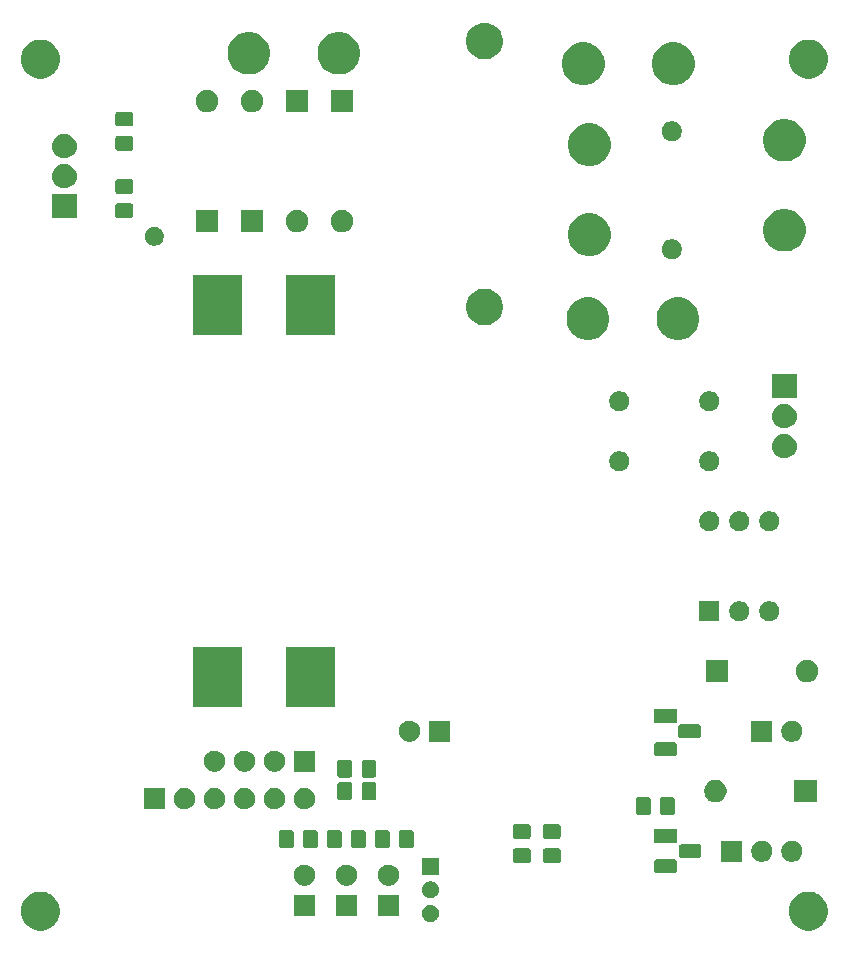
<source format=gbr>
G04 #@! TF.GenerationSoftware,KiCad,Pcbnew,(5.1.5)-3*
G04 #@! TF.CreationDate,2020-05-31T07:49:41+02:00*
G04 #@! TF.ProjectId,hotairpistol,686f7461-6972-4706-9973-746f6c2e6b69,rev?*
G04 #@! TF.SameCoordinates,Original*
G04 #@! TF.FileFunction,Soldermask,Bot*
G04 #@! TF.FilePolarity,Negative*
%FSLAX46Y46*%
G04 Gerber Fmt 4.6, Leading zero omitted, Abs format (unit mm)*
G04 Created by KiCad (PCBNEW (5.1.5)-3) date 2020-05-31 07:49:41*
%MOMM*%
%LPD*%
G04 APERTURE LIST*
%ADD10C,0.100000*%
G04 APERTURE END LIST*
D10*
G36*
X117723256Y-107611298D02*
G01*
X117829579Y-107632447D01*
X118042037Y-107720450D01*
X118122764Y-107753888D01*
X118130042Y-107756903D01*
X118400451Y-107937585D01*
X118630415Y-108167549D01*
X118811097Y-108437958D01*
X118935553Y-108738421D01*
X118956702Y-108844744D01*
X118999000Y-109057389D01*
X118999000Y-109382611D01*
X118979328Y-109481506D01*
X118935553Y-109701579D01*
X118811097Y-110002042D01*
X118630415Y-110272451D01*
X118400451Y-110502415D01*
X118130042Y-110683097D01*
X117829579Y-110807553D01*
X117723256Y-110828702D01*
X117510611Y-110871000D01*
X117185389Y-110871000D01*
X116972744Y-110828702D01*
X116866421Y-110807553D01*
X116565958Y-110683097D01*
X116295549Y-110502415D01*
X116065585Y-110272451D01*
X115884903Y-110002042D01*
X115760447Y-109701579D01*
X115716672Y-109481506D01*
X115697000Y-109382611D01*
X115697000Y-109057389D01*
X115739298Y-108844744D01*
X115760447Y-108738421D01*
X115884903Y-108437958D01*
X116065585Y-108167549D01*
X116295549Y-107937585D01*
X116565958Y-107756903D01*
X116573237Y-107753888D01*
X116653963Y-107720450D01*
X116866421Y-107632447D01*
X116972744Y-107611298D01*
X117185389Y-107569000D01*
X117510611Y-107569000D01*
X117723256Y-107611298D01*
G37*
G36*
X182747256Y-107611298D02*
G01*
X182853579Y-107632447D01*
X183066037Y-107720450D01*
X183146764Y-107753888D01*
X183154042Y-107756903D01*
X183424451Y-107937585D01*
X183654415Y-108167549D01*
X183835097Y-108437958D01*
X183959553Y-108738421D01*
X183980702Y-108844744D01*
X184023000Y-109057389D01*
X184023000Y-109382611D01*
X184003328Y-109481506D01*
X183959553Y-109701579D01*
X183835097Y-110002042D01*
X183654415Y-110272451D01*
X183424451Y-110502415D01*
X183154042Y-110683097D01*
X182853579Y-110807553D01*
X182747256Y-110828702D01*
X182534611Y-110871000D01*
X182209389Y-110871000D01*
X181996744Y-110828702D01*
X181890421Y-110807553D01*
X181589958Y-110683097D01*
X181319549Y-110502415D01*
X181089585Y-110272451D01*
X180908903Y-110002042D01*
X180784447Y-109701579D01*
X180740672Y-109481506D01*
X180721000Y-109382611D01*
X180721000Y-109057389D01*
X180763298Y-108844744D01*
X180784447Y-108738421D01*
X180908903Y-108437958D01*
X181089585Y-108167549D01*
X181319549Y-107937585D01*
X181589958Y-107756903D01*
X181597237Y-107753888D01*
X181677963Y-107720450D01*
X181890421Y-107632447D01*
X181996744Y-107611298D01*
X182209389Y-107569000D01*
X182534611Y-107569000D01*
X182747256Y-107611298D01*
G37*
G36*
X150579766Y-108711899D02*
G01*
X150711888Y-108766626D01*
X150711890Y-108766627D01*
X150830798Y-108846079D01*
X150931921Y-108947202D01*
X151005547Y-109057391D01*
X151011374Y-109066112D01*
X151066101Y-109198234D01*
X151094000Y-109338494D01*
X151094000Y-109481506D01*
X151066101Y-109621766D01*
X151033041Y-109701579D01*
X151011373Y-109753890D01*
X150931921Y-109872798D01*
X150830798Y-109973921D01*
X150711890Y-110053373D01*
X150711889Y-110053374D01*
X150711888Y-110053374D01*
X150579766Y-110108101D01*
X150439506Y-110136000D01*
X150296494Y-110136000D01*
X150156234Y-110108101D01*
X150024112Y-110053374D01*
X150024111Y-110053374D01*
X150024110Y-110053373D01*
X149905202Y-109973921D01*
X149804079Y-109872798D01*
X149724627Y-109753890D01*
X149702959Y-109701579D01*
X149669899Y-109621766D01*
X149642000Y-109481506D01*
X149642000Y-109338494D01*
X149669899Y-109198234D01*
X149724626Y-109066112D01*
X149730453Y-109057391D01*
X149804079Y-108947202D01*
X149905202Y-108846079D01*
X150024110Y-108766627D01*
X150024112Y-108766626D01*
X150156234Y-108711899D01*
X150296494Y-108684000D01*
X150439506Y-108684000D01*
X150579766Y-108711899D01*
G37*
G36*
X147713000Y-109613000D02*
G01*
X145911000Y-109613000D01*
X145911000Y-107811000D01*
X147713000Y-107811000D01*
X147713000Y-109613000D01*
G37*
G36*
X140601000Y-109613000D02*
G01*
X138799000Y-109613000D01*
X138799000Y-107811000D01*
X140601000Y-107811000D01*
X140601000Y-109613000D01*
G37*
G36*
X144157000Y-109613000D02*
G01*
X142355000Y-109613000D01*
X142355000Y-107811000D01*
X144157000Y-107811000D01*
X144157000Y-109613000D01*
G37*
G36*
X150579766Y-106711899D02*
G01*
X150711888Y-106766626D01*
X150711890Y-106766627D01*
X150830798Y-106846079D01*
X150931921Y-106947202D01*
X151011373Y-107066110D01*
X151011374Y-107066112D01*
X151066101Y-107198234D01*
X151094000Y-107338494D01*
X151094000Y-107481506D01*
X151066101Y-107621766D01*
X151011374Y-107753888D01*
X151011373Y-107753890D01*
X150931921Y-107872798D01*
X150830798Y-107973921D01*
X150711890Y-108053373D01*
X150711889Y-108053374D01*
X150711888Y-108053374D01*
X150579766Y-108108101D01*
X150439506Y-108136000D01*
X150296494Y-108136000D01*
X150156234Y-108108101D01*
X150024112Y-108053374D01*
X150024111Y-108053374D01*
X150024110Y-108053373D01*
X149905202Y-107973921D01*
X149804079Y-107872798D01*
X149724627Y-107753890D01*
X149724626Y-107753888D01*
X149669899Y-107621766D01*
X149642000Y-107481506D01*
X149642000Y-107338494D01*
X149669899Y-107198234D01*
X149724626Y-107066112D01*
X149724627Y-107066110D01*
X149804079Y-106947202D01*
X149905202Y-106846079D01*
X150024110Y-106766627D01*
X150024112Y-106766626D01*
X150156234Y-106711899D01*
X150296494Y-106684000D01*
X150439506Y-106684000D01*
X150579766Y-106711899D01*
G37*
G36*
X139813512Y-105275927D02*
G01*
X139962812Y-105305624D01*
X140126784Y-105373544D01*
X140274354Y-105472147D01*
X140399853Y-105597646D01*
X140498456Y-105745216D01*
X140566376Y-105909188D01*
X140601000Y-106083259D01*
X140601000Y-106260741D01*
X140566376Y-106434812D01*
X140498456Y-106598784D01*
X140399853Y-106746354D01*
X140274354Y-106871853D01*
X140126784Y-106970456D01*
X139962812Y-107038376D01*
X139823380Y-107066110D01*
X139788742Y-107073000D01*
X139611258Y-107073000D01*
X139576620Y-107066110D01*
X139437188Y-107038376D01*
X139273216Y-106970456D01*
X139125646Y-106871853D01*
X139000147Y-106746354D01*
X138901544Y-106598784D01*
X138833624Y-106434812D01*
X138799000Y-106260741D01*
X138799000Y-106083259D01*
X138833624Y-105909188D01*
X138901544Y-105745216D01*
X139000147Y-105597646D01*
X139125646Y-105472147D01*
X139273216Y-105373544D01*
X139437188Y-105305624D01*
X139586488Y-105275927D01*
X139611258Y-105271000D01*
X139788742Y-105271000D01*
X139813512Y-105275927D01*
G37*
G36*
X146925512Y-105275927D02*
G01*
X147074812Y-105305624D01*
X147238784Y-105373544D01*
X147386354Y-105472147D01*
X147511853Y-105597646D01*
X147610456Y-105745216D01*
X147678376Y-105909188D01*
X147713000Y-106083259D01*
X147713000Y-106260741D01*
X147678376Y-106434812D01*
X147610456Y-106598784D01*
X147511853Y-106746354D01*
X147386354Y-106871853D01*
X147238784Y-106970456D01*
X147074812Y-107038376D01*
X146935380Y-107066110D01*
X146900742Y-107073000D01*
X146723258Y-107073000D01*
X146688620Y-107066110D01*
X146549188Y-107038376D01*
X146385216Y-106970456D01*
X146237646Y-106871853D01*
X146112147Y-106746354D01*
X146013544Y-106598784D01*
X145945624Y-106434812D01*
X145911000Y-106260741D01*
X145911000Y-106083259D01*
X145945624Y-105909188D01*
X146013544Y-105745216D01*
X146112147Y-105597646D01*
X146237646Y-105472147D01*
X146385216Y-105373544D01*
X146549188Y-105305624D01*
X146698488Y-105275927D01*
X146723258Y-105271000D01*
X146900742Y-105271000D01*
X146925512Y-105275927D01*
G37*
G36*
X143369512Y-105275927D02*
G01*
X143518812Y-105305624D01*
X143682784Y-105373544D01*
X143830354Y-105472147D01*
X143955853Y-105597646D01*
X144054456Y-105745216D01*
X144122376Y-105909188D01*
X144157000Y-106083259D01*
X144157000Y-106260741D01*
X144122376Y-106434812D01*
X144054456Y-106598784D01*
X143955853Y-106746354D01*
X143830354Y-106871853D01*
X143682784Y-106970456D01*
X143518812Y-107038376D01*
X143379380Y-107066110D01*
X143344742Y-107073000D01*
X143167258Y-107073000D01*
X143132620Y-107066110D01*
X142993188Y-107038376D01*
X142829216Y-106970456D01*
X142681646Y-106871853D01*
X142556147Y-106746354D01*
X142457544Y-106598784D01*
X142389624Y-106434812D01*
X142355000Y-106260741D01*
X142355000Y-106083259D01*
X142389624Y-105909188D01*
X142457544Y-105745216D01*
X142556147Y-105597646D01*
X142681646Y-105472147D01*
X142829216Y-105373544D01*
X142993188Y-105305624D01*
X143142488Y-105275927D01*
X143167258Y-105271000D01*
X143344742Y-105271000D01*
X143369512Y-105275927D01*
G37*
G36*
X151094000Y-106136000D02*
G01*
X149642000Y-106136000D01*
X149642000Y-104684000D01*
X151094000Y-104684000D01*
X151094000Y-106136000D01*
G37*
G36*
X171047315Y-104814166D02*
G01*
X171091843Y-104827674D01*
X171132892Y-104849615D01*
X171168864Y-104879136D01*
X171198385Y-104915108D01*
X171220326Y-104956157D01*
X171233834Y-105000685D01*
X171239000Y-105053140D01*
X171239000Y-105766860D01*
X171233834Y-105819315D01*
X171220326Y-105863843D01*
X171198385Y-105904892D01*
X171168864Y-105940864D01*
X171132892Y-105970385D01*
X171091843Y-105992326D01*
X171047315Y-106005834D01*
X170994860Y-106011000D01*
X169581140Y-106011000D01*
X169528685Y-106005834D01*
X169484157Y-105992326D01*
X169443108Y-105970385D01*
X169407136Y-105940864D01*
X169377615Y-105904892D01*
X169355674Y-105863843D01*
X169342166Y-105819315D01*
X169337000Y-105766860D01*
X169337000Y-105053140D01*
X169342166Y-105000685D01*
X169355674Y-104956157D01*
X169377615Y-104915108D01*
X169407136Y-104879136D01*
X169443108Y-104849615D01*
X169484157Y-104827674D01*
X169528685Y-104814166D01*
X169581140Y-104809000D01*
X170994860Y-104809000D01*
X171047315Y-104814166D01*
G37*
G36*
X158703674Y-103908465D02*
G01*
X158741367Y-103919899D01*
X158776103Y-103938466D01*
X158806548Y-103963452D01*
X158831534Y-103993897D01*
X158850101Y-104028633D01*
X158861535Y-104066326D01*
X158866000Y-104111661D01*
X158866000Y-104948339D01*
X158861535Y-104993674D01*
X158850101Y-105031367D01*
X158831534Y-105066103D01*
X158806548Y-105096548D01*
X158776103Y-105121534D01*
X158741367Y-105140101D01*
X158703674Y-105151535D01*
X158658339Y-105156000D01*
X157571661Y-105156000D01*
X157526326Y-105151535D01*
X157488633Y-105140101D01*
X157453897Y-105121534D01*
X157423452Y-105096548D01*
X157398466Y-105066103D01*
X157379899Y-105031367D01*
X157368465Y-104993674D01*
X157364000Y-104948339D01*
X157364000Y-104111661D01*
X157368465Y-104066326D01*
X157379899Y-104028633D01*
X157398466Y-103993897D01*
X157423452Y-103963452D01*
X157453897Y-103938466D01*
X157488633Y-103919899D01*
X157526326Y-103908465D01*
X157571661Y-103904000D01*
X158658339Y-103904000D01*
X158703674Y-103908465D01*
G37*
G36*
X161243674Y-103908465D02*
G01*
X161281367Y-103919899D01*
X161316103Y-103938466D01*
X161346548Y-103963452D01*
X161371534Y-103993897D01*
X161390101Y-104028633D01*
X161401535Y-104066326D01*
X161406000Y-104111661D01*
X161406000Y-104948339D01*
X161401535Y-104993674D01*
X161390101Y-105031367D01*
X161371534Y-105066103D01*
X161346548Y-105096548D01*
X161316103Y-105121534D01*
X161281367Y-105140101D01*
X161243674Y-105151535D01*
X161198339Y-105156000D01*
X160111661Y-105156000D01*
X160066326Y-105151535D01*
X160028633Y-105140101D01*
X159993897Y-105121534D01*
X159963452Y-105096548D01*
X159938466Y-105066103D01*
X159919899Y-105031367D01*
X159908465Y-104993674D01*
X159904000Y-104948339D01*
X159904000Y-104111661D01*
X159908465Y-104066326D01*
X159919899Y-104028633D01*
X159938466Y-103993897D01*
X159963452Y-103963452D01*
X159993897Y-103938466D01*
X160028633Y-103919899D01*
X160066326Y-103908465D01*
X160111661Y-103904000D01*
X161198339Y-103904000D01*
X161243674Y-103908465D01*
G37*
G36*
X181088512Y-103243927D02*
G01*
X181237812Y-103273624D01*
X181401784Y-103341544D01*
X181549354Y-103440147D01*
X181674853Y-103565646D01*
X181773456Y-103713216D01*
X181841376Y-103877188D01*
X181876000Y-104051259D01*
X181876000Y-104228741D01*
X181841376Y-104402812D01*
X181773456Y-104566784D01*
X181674853Y-104714354D01*
X181549354Y-104839853D01*
X181401784Y-104938456D01*
X181237812Y-105006376D01*
X181093715Y-105035038D01*
X181063742Y-105041000D01*
X180886258Y-105041000D01*
X180856285Y-105035038D01*
X180712188Y-105006376D01*
X180548216Y-104938456D01*
X180400646Y-104839853D01*
X180275147Y-104714354D01*
X180176544Y-104566784D01*
X180108624Y-104402812D01*
X180074000Y-104228741D01*
X180074000Y-104051259D01*
X180108624Y-103877188D01*
X180176544Y-103713216D01*
X180275147Y-103565646D01*
X180400646Y-103440147D01*
X180548216Y-103341544D01*
X180712188Y-103273624D01*
X180861488Y-103243927D01*
X180886258Y-103239000D01*
X181063742Y-103239000D01*
X181088512Y-103243927D01*
G37*
G36*
X176796000Y-105041000D02*
G01*
X174994000Y-105041000D01*
X174994000Y-103239000D01*
X176796000Y-103239000D01*
X176796000Y-105041000D01*
G37*
G36*
X178548512Y-103243927D02*
G01*
X178697812Y-103273624D01*
X178861784Y-103341544D01*
X179009354Y-103440147D01*
X179134853Y-103565646D01*
X179233456Y-103713216D01*
X179301376Y-103877188D01*
X179336000Y-104051259D01*
X179336000Y-104228741D01*
X179301376Y-104402812D01*
X179233456Y-104566784D01*
X179134853Y-104714354D01*
X179009354Y-104839853D01*
X178861784Y-104938456D01*
X178697812Y-105006376D01*
X178553715Y-105035038D01*
X178523742Y-105041000D01*
X178346258Y-105041000D01*
X178316285Y-105035038D01*
X178172188Y-105006376D01*
X178008216Y-104938456D01*
X177860646Y-104839853D01*
X177735147Y-104714354D01*
X177636544Y-104566784D01*
X177568624Y-104402812D01*
X177534000Y-104228741D01*
X177534000Y-104051259D01*
X177568624Y-103877188D01*
X177636544Y-103713216D01*
X177735147Y-103565646D01*
X177860646Y-103440147D01*
X178008216Y-103341544D01*
X178172188Y-103273624D01*
X178321488Y-103243927D01*
X178346258Y-103239000D01*
X178523742Y-103239000D01*
X178548512Y-103243927D01*
G37*
G36*
X173117315Y-103544166D02*
G01*
X173161843Y-103557674D01*
X173202892Y-103579615D01*
X173238864Y-103609136D01*
X173268385Y-103645108D01*
X173290326Y-103686157D01*
X173303834Y-103730685D01*
X173309000Y-103783140D01*
X173309000Y-104496860D01*
X173303834Y-104549315D01*
X173290326Y-104593843D01*
X173268385Y-104634892D01*
X173238864Y-104670864D01*
X173202892Y-104700385D01*
X173161843Y-104722326D01*
X173117315Y-104735834D01*
X173064860Y-104741000D01*
X171651140Y-104741000D01*
X171598685Y-104735834D01*
X171554157Y-104722326D01*
X171513108Y-104700385D01*
X171477136Y-104670864D01*
X171447615Y-104634892D01*
X171425674Y-104593843D01*
X171412166Y-104549315D01*
X171407000Y-104496860D01*
X171407000Y-103783140D01*
X171412166Y-103730685D01*
X171425675Y-103686153D01*
X171442368Y-103654923D01*
X171448417Y-103640320D01*
X171460624Y-103629256D01*
X171477136Y-103609136D01*
X171513108Y-103579615D01*
X171554157Y-103557674D01*
X171598685Y-103544166D01*
X171651140Y-103539000D01*
X173064860Y-103539000D01*
X173117315Y-103544166D01*
G37*
G36*
X148808674Y-102377465D02*
G01*
X148846367Y-102388899D01*
X148881103Y-102407466D01*
X148911548Y-102432452D01*
X148936534Y-102462897D01*
X148955101Y-102497633D01*
X148966535Y-102535326D01*
X148971000Y-102580661D01*
X148971000Y-103667339D01*
X148966535Y-103712674D01*
X148955101Y-103750367D01*
X148936534Y-103785103D01*
X148911548Y-103815548D01*
X148881103Y-103840534D01*
X148846367Y-103859101D01*
X148808674Y-103870535D01*
X148763339Y-103875000D01*
X147926661Y-103875000D01*
X147881326Y-103870535D01*
X147843633Y-103859101D01*
X147808897Y-103840534D01*
X147778452Y-103815548D01*
X147753466Y-103785103D01*
X147734899Y-103750367D01*
X147723465Y-103712674D01*
X147719000Y-103667339D01*
X147719000Y-102580661D01*
X147723465Y-102535326D01*
X147734899Y-102497633D01*
X147753466Y-102462897D01*
X147778452Y-102432452D01*
X147808897Y-102407466D01*
X147843633Y-102388899D01*
X147881326Y-102377465D01*
X147926661Y-102373000D01*
X148763339Y-102373000D01*
X148808674Y-102377465D01*
G37*
G36*
X146758674Y-102377465D02*
G01*
X146796367Y-102388899D01*
X146831103Y-102407466D01*
X146861548Y-102432452D01*
X146886534Y-102462897D01*
X146905101Y-102497633D01*
X146916535Y-102535326D01*
X146921000Y-102580661D01*
X146921000Y-103667339D01*
X146916535Y-103712674D01*
X146905101Y-103750367D01*
X146886534Y-103785103D01*
X146861548Y-103815548D01*
X146831103Y-103840534D01*
X146796367Y-103859101D01*
X146758674Y-103870535D01*
X146713339Y-103875000D01*
X145876661Y-103875000D01*
X145831326Y-103870535D01*
X145793633Y-103859101D01*
X145758897Y-103840534D01*
X145728452Y-103815548D01*
X145703466Y-103785103D01*
X145684899Y-103750367D01*
X145673465Y-103712674D01*
X145669000Y-103667339D01*
X145669000Y-102580661D01*
X145673465Y-102535326D01*
X145684899Y-102497633D01*
X145703466Y-102462897D01*
X145728452Y-102432452D01*
X145758897Y-102407466D01*
X145793633Y-102388899D01*
X145831326Y-102377465D01*
X145876661Y-102373000D01*
X146713339Y-102373000D01*
X146758674Y-102377465D01*
G37*
G36*
X142694674Y-102377465D02*
G01*
X142732367Y-102388899D01*
X142767103Y-102407466D01*
X142797548Y-102432452D01*
X142822534Y-102462897D01*
X142841101Y-102497633D01*
X142852535Y-102535326D01*
X142857000Y-102580661D01*
X142857000Y-103667339D01*
X142852535Y-103712674D01*
X142841101Y-103750367D01*
X142822534Y-103785103D01*
X142797548Y-103815548D01*
X142767103Y-103840534D01*
X142732367Y-103859101D01*
X142694674Y-103870535D01*
X142649339Y-103875000D01*
X141812661Y-103875000D01*
X141767326Y-103870535D01*
X141729633Y-103859101D01*
X141694897Y-103840534D01*
X141664452Y-103815548D01*
X141639466Y-103785103D01*
X141620899Y-103750367D01*
X141609465Y-103712674D01*
X141605000Y-103667339D01*
X141605000Y-102580661D01*
X141609465Y-102535326D01*
X141620899Y-102497633D01*
X141639466Y-102462897D01*
X141664452Y-102432452D01*
X141694897Y-102407466D01*
X141729633Y-102388899D01*
X141767326Y-102377465D01*
X141812661Y-102373000D01*
X142649339Y-102373000D01*
X142694674Y-102377465D01*
G37*
G36*
X144744674Y-102377465D02*
G01*
X144782367Y-102388899D01*
X144817103Y-102407466D01*
X144847548Y-102432452D01*
X144872534Y-102462897D01*
X144891101Y-102497633D01*
X144902535Y-102535326D01*
X144907000Y-102580661D01*
X144907000Y-103667339D01*
X144902535Y-103712674D01*
X144891101Y-103750367D01*
X144872534Y-103785103D01*
X144847548Y-103815548D01*
X144817103Y-103840534D01*
X144782367Y-103859101D01*
X144744674Y-103870535D01*
X144699339Y-103875000D01*
X143862661Y-103875000D01*
X143817326Y-103870535D01*
X143779633Y-103859101D01*
X143744897Y-103840534D01*
X143714452Y-103815548D01*
X143689466Y-103785103D01*
X143670899Y-103750367D01*
X143659465Y-103712674D01*
X143655000Y-103667339D01*
X143655000Y-102580661D01*
X143659465Y-102535326D01*
X143670899Y-102497633D01*
X143689466Y-102462897D01*
X143714452Y-102432452D01*
X143744897Y-102407466D01*
X143779633Y-102388899D01*
X143817326Y-102377465D01*
X143862661Y-102373000D01*
X144699339Y-102373000D01*
X144744674Y-102377465D01*
G37*
G36*
X140680674Y-102377465D02*
G01*
X140718367Y-102388899D01*
X140753103Y-102407466D01*
X140783548Y-102432452D01*
X140808534Y-102462897D01*
X140827101Y-102497633D01*
X140838535Y-102535326D01*
X140843000Y-102580661D01*
X140843000Y-103667339D01*
X140838535Y-103712674D01*
X140827101Y-103750367D01*
X140808534Y-103785103D01*
X140783548Y-103815548D01*
X140753103Y-103840534D01*
X140718367Y-103859101D01*
X140680674Y-103870535D01*
X140635339Y-103875000D01*
X139798661Y-103875000D01*
X139753326Y-103870535D01*
X139715633Y-103859101D01*
X139680897Y-103840534D01*
X139650452Y-103815548D01*
X139625466Y-103785103D01*
X139606899Y-103750367D01*
X139595465Y-103712674D01*
X139591000Y-103667339D01*
X139591000Y-102580661D01*
X139595465Y-102535326D01*
X139606899Y-102497633D01*
X139625466Y-102462897D01*
X139650452Y-102432452D01*
X139680897Y-102407466D01*
X139715633Y-102388899D01*
X139753326Y-102377465D01*
X139798661Y-102373000D01*
X140635339Y-102373000D01*
X140680674Y-102377465D01*
G37*
G36*
X138630674Y-102377465D02*
G01*
X138668367Y-102388899D01*
X138703103Y-102407466D01*
X138733548Y-102432452D01*
X138758534Y-102462897D01*
X138777101Y-102497633D01*
X138788535Y-102535326D01*
X138793000Y-102580661D01*
X138793000Y-103667339D01*
X138788535Y-103712674D01*
X138777101Y-103750367D01*
X138758534Y-103785103D01*
X138733548Y-103815548D01*
X138703103Y-103840534D01*
X138668367Y-103859101D01*
X138630674Y-103870535D01*
X138585339Y-103875000D01*
X137748661Y-103875000D01*
X137703326Y-103870535D01*
X137665633Y-103859101D01*
X137630897Y-103840534D01*
X137600452Y-103815548D01*
X137575466Y-103785103D01*
X137556899Y-103750367D01*
X137545465Y-103712674D01*
X137541000Y-103667339D01*
X137541000Y-102580661D01*
X137545465Y-102535326D01*
X137556899Y-102497633D01*
X137575466Y-102462897D01*
X137600452Y-102432452D01*
X137630897Y-102407466D01*
X137665633Y-102388899D01*
X137703326Y-102377465D01*
X137748661Y-102373000D01*
X138585339Y-102373000D01*
X138630674Y-102377465D01*
G37*
G36*
X171239000Y-103471000D02*
G01*
X169337000Y-103471000D01*
X169337000Y-102269000D01*
X171239000Y-102269000D01*
X171239000Y-103471000D01*
G37*
G36*
X158703674Y-101858465D02*
G01*
X158741367Y-101869899D01*
X158776103Y-101888466D01*
X158806548Y-101913452D01*
X158831534Y-101943897D01*
X158850101Y-101978633D01*
X158861535Y-102016326D01*
X158866000Y-102061661D01*
X158866000Y-102898339D01*
X158861535Y-102943674D01*
X158850101Y-102981367D01*
X158831534Y-103016103D01*
X158806548Y-103046548D01*
X158776103Y-103071534D01*
X158741367Y-103090101D01*
X158703674Y-103101535D01*
X158658339Y-103106000D01*
X157571661Y-103106000D01*
X157526326Y-103101535D01*
X157488633Y-103090101D01*
X157453897Y-103071534D01*
X157423452Y-103046548D01*
X157398466Y-103016103D01*
X157379899Y-102981367D01*
X157368465Y-102943674D01*
X157364000Y-102898339D01*
X157364000Y-102061661D01*
X157368465Y-102016326D01*
X157379899Y-101978633D01*
X157398466Y-101943897D01*
X157423452Y-101913452D01*
X157453897Y-101888466D01*
X157488633Y-101869899D01*
X157526326Y-101858465D01*
X157571661Y-101854000D01*
X158658339Y-101854000D01*
X158703674Y-101858465D01*
G37*
G36*
X161243674Y-101858465D02*
G01*
X161281367Y-101869899D01*
X161316103Y-101888466D01*
X161346548Y-101913452D01*
X161371534Y-101943897D01*
X161390101Y-101978633D01*
X161401535Y-102016326D01*
X161406000Y-102061661D01*
X161406000Y-102898339D01*
X161401535Y-102943674D01*
X161390101Y-102981367D01*
X161371534Y-103016103D01*
X161346548Y-103046548D01*
X161316103Y-103071534D01*
X161281367Y-103090101D01*
X161243674Y-103101535D01*
X161198339Y-103106000D01*
X160111661Y-103106000D01*
X160066326Y-103101535D01*
X160028633Y-103090101D01*
X159993897Y-103071534D01*
X159963452Y-103046548D01*
X159938466Y-103016103D01*
X159919899Y-102981367D01*
X159908465Y-102943674D01*
X159904000Y-102898339D01*
X159904000Y-102061661D01*
X159908465Y-102016326D01*
X159919899Y-101978633D01*
X159938466Y-101943897D01*
X159963452Y-101913452D01*
X159993897Y-101888466D01*
X160028633Y-101869899D01*
X160066326Y-101858465D01*
X160111661Y-101854000D01*
X161198339Y-101854000D01*
X161243674Y-101858465D01*
G37*
G36*
X168856674Y-99583465D02*
G01*
X168894367Y-99594899D01*
X168929103Y-99613466D01*
X168959548Y-99638452D01*
X168984534Y-99668897D01*
X169003101Y-99703633D01*
X169014535Y-99741326D01*
X169019000Y-99786661D01*
X169019000Y-100873339D01*
X169014535Y-100918674D01*
X169003101Y-100956367D01*
X168984534Y-100991103D01*
X168959548Y-101021548D01*
X168929103Y-101046534D01*
X168894367Y-101065101D01*
X168856674Y-101076535D01*
X168811339Y-101081000D01*
X167974661Y-101081000D01*
X167929326Y-101076535D01*
X167891633Y-101065101D01*
X167856897Y-101046534D01*
X167826452Y-101021548D01*
X167801466Y-100991103D01*
X167782899Y-100956367D01*
X167771465Y-100918674D01*
X167767000Y-100873339D01*
X167767000Y-99786661D01*
X167771465Y-99741326D01*
X167782899Y-99703633D01*
X167801466Y-99668897D01*
X167826452Y-99638452D01*
X167856897Y-99613466D01*
X167891633Y-99594899D01*
X167929326Y-99583465D01*
X167974661Y-99579000D01*
X168811339Y-99579000D01*
X168856674Y-99583465D01*
G37*
G36*
X170906674Y-99583465D02*
G01*
X170944367Y-99594899D01*
X170979103Y-99613466D01*
X171009548Y-99638452D01*
X171034534Y-99668897D01*
X171053101Y-99703633D01*
X171064535Y-99741326D01*
X171069000Y-99786661D01*
X171069000Y-100873339D01*
X171064535Y-100918674D01*
X171053101Y-100956367D01*
X171034534Y-100991103D01*
X171009548Y-101021548D01*
X170979103Y-101046534D01*
X170944367Y-101065101D01*
X170906674Y-101076535D01*
X170861339Y-101081000D01*
X170024661Y-101081000D01*
X169979326Y-101076535D01*
X169941633Y-101065101D01*
X169906897Y-101046534D01*
X169876452Y-101021548D01*
X169851466Y-100991103D01*
X169832899Y-100956367D01*
X169821465Y-100918674D01*
X169817000Y-100873339D01*
X169817000Y-99786661D01*
X169821465Y-99741326D01*
X169832899Y-99703633D01*
X169851466Y-99668897D01*
X169876452Y-99638452D01*
X169906897Y-99613466D01*
X169941633Y-99594899D01*
X169979326Y-99583465D01*
X170024661Y-99579000D01*
X170861339Y-99579000D01*
X170906674Y-99583465D01*
G37*
G36*
X129653512Y-98798927D02*
G01*
X129802812Y-98828624D01*
X129966784Y-98896544D01*
X130114354Y-98995147D01*
X130239853Y-99120646D01*
X130338456Y-99268216D01*
X130406376Y-99432188D01*
X130421946Y-99510467D01*
X130441000Y-99606258D01*
X130441000Y-99783742D01*
X130438149Y-99798075D01*
X130406376Y-99957812D01*
X130338456Y-100121784D01*
X130239853Y-100269354D01*
X130114354Y-100394853D01*
X129966784Y-100493456D01*
X129802812Y-100561376D01*
X129653512Y-100591073D01*
X129628742Y-100596000D01*
X129451258Y-100596000D01*
X129426488Y-100591073D01*
X129277188Y-100561376D01*
X129113216Y-100493456D01*
X128965646Y-100394853D01*
X128840147Y-100269354D01*
X128741544Y-100121784D01*
X128673624Y-99957812D01*
X128641851Y-99798075D01*
X128639000Y-99783742D01*
X128639000Y-99606258D01*
X128658054Y-99510467D01*
X128673624Y-99432188D01*
X128741544Y-99268216D01*
X128840147Y-99120646D01*
X128965646Y-98995147D01*
X129113216Y-98896544D01*
X129277188Y-98828624D01*
X129426488Y-98798927D01*
X129451258Y-98794000D01*
X129628742Y-98794000D01*
X129653512Y-98798927D01*
G37*
G36*
X132193512Y-98798927D02*
G01*
X132342812Y-98828624D01*
X132506784Y-98896544D01*
X132654354Y-98995147D01*
X132779853Y-99120646D01*
X132878456Y-99268216D01*
X132946376Y-99432188D01*
X132961946Y-99510467D01*
X132981000Y-99606258D01*
X132981000Y-99783742D01*
X132978149Y-99798075D01*
X132946376Y-99957812D01*
X132878456Y-100121784D01*
X132779853Y-100269354D01*
X132654354Y-100394853D01*
X132506784Y-100493456D01*
X132342812Y-100561376D01*
X132193512Y-100591073D01*
X132168742Y-100596000D01*
X131991258Y-100596000D01*
X131966488Y-100591073D01*
X131817188Y-100561376D01*
X131653216Y-100493456D01*
X131505646Y-100394853D01*
X131380147Y-100269354D01*
X131281544Y-100121784D01*
X131213624Y-99957812D01*
X131181851Y-99798075D01*
X131179000Y-99783742D01*
X131179000Y-99606258D01*
X131198054Y-99510467D01*
X131213624Y-99432188D01*
X131281544Y-99268216D01*
X131380147Y-99120646D01*
X131505646Y-98995147D01*
X131653216Y-98896544D01*
X131817188Y-98828624D01*
X131966488Y-98798927D01*
X131991258Y-98794000D01*
X132168742Y-98794000D01*
X132193512Y-98798927D01*
G37*
G36*
X137273512Y-98798927D02*
G01*
X137422812Y-98828624D01*
X137586784Y-98896544D01*
X137734354Y-98995147D01*
X137859853Y-99120646D01*
X137958456Y-99268216D01*
X138026376Y-99432188D01*
X138041946Y-99510467D01*
X138061000Y-99606258D01*
X138061000Y-99783742D01*
X138058149Y-99798075D01*
X138026376Y-99957812D01*
X137958456Y-100121784D01*
X137859853Y-100269354D01*
X137734354Y-100394853D01*
X137586784Y-100493456D01*
X137422812Y-100561376D01*
X137273512Y-100591073D01*
X137248742Y-100596000D01*
X137071258Y-100596000D01*
X137046488Y-100591073D01*
X136897188Y-100561376D01*
X136733216Y-100493456D01*
X136585646Y-100394853D01*
X136460147Y-100269354D01*
X136361544Y-100121784D01*
X136293624Y-99957812D01*
X136261851Y-99798075D01*
X136259000Y-99783742D01*
X136259000Y-99606258D01*
X136278054Y-99510467D01*
X136293624Y-99432188D01*
X136361544Y-99268216D01*
X136460147Y-99120646D01*
X136585646Y-98995147D01*
X136733216Y-98896544D01*
X136897188Y-98828624D01*
X137046488Y-98798927D01*
X137071258Y-98794000D01*
X137248742Y-98794000D01*
X137273512Y-98798927D01*
G37*
G36*
X139813512Y-98798927D02*
G01*
X139962812Y-98828624D01*
X140126784Y-98896544D01*
X140274354Y-98995147D01*
X140399853Y-99120646D01*
X140498456Y-99268216D01*
X140566376Y-99432188D01*
X140581946Y-99510467D01*
X140601000Y-99606258D01*
X140601000Y-99783742D01*
X140598149Y-99798075D01*
X140566376Y-99957812D01*
X140498456Y-100121784D01*
X140399853Y-100269354D01*
X140274354Y-100394853D01*
X140126784Y-100493456D01*
X139962812Y-100561376D01*
X139813512Y-100591073D01*
X139788742Y-100596000D01*
X139611258Y-100596000D01*
X139586488Y-100591073D01*
X139437188Y-100561376D01*
X139273216Y-100493456D01*
X139125646Y-100394853D01*
X139000147Y-100269354D01*
X138901544Y-100121784D01*
X138833624Y-99957812D01*
X138801851Y-99798075D01*
X138799000Y-99783742D01*
X138799000Y-99606258D01*
X138818054Y-99510467D01*
X138833624Y-99432188D01*
X138901544Y-99268216D01*
X139000147Y-99120646D01*
X139125646Y-98995147D01*
X139273216Y-98896544D01*
X139437188Y-98828624D01*
X139586488Y-98798927D01*
X139611258Y-98794000D01*
X139788742Y-98794000D01*
X139813512Y-98798927D01*
G37*
G36*
X127901000Y-100596000D02*
G01*
X126099000Y-100596000D01*
X126099000Y-98794000D01*
X127901000Y-98794000D01*
X127901000Y-100596000D01*
G37*
G36*
X134733512Y-98798927D02*
G01*
X134882812Y-98828624D01*
X135046784Y-98896544D01*
X135194354Y-98995147D01*
X135319853Y-99120646D01*
X135418456Y-99268216D01*
X135486376Y-99432188D01*
X135501946Y-99510467D01*
X135521000Y-99606258D01*
X135521000Y-99783742D01*
X135518149Y-99798075D01*
X135486376Y-99957812D01*
X135418456Y-100121784D01*
X135319853Y-100269354D01*
X135194354Y-100394853D01*
X135046784Y-100493456D01*
X134882812Y-100561376D01*
X134733512Y-100591073D01*
X134708742Y-100596000D01*
X134531258Y-100596000D01*
X134506488Y-100591073D01*
X134357188Y-100561376D01*
X134193216Y-100493456D01*
X134045646Y-100394853D01*
X133920147Y-100269354D01*
X133821544Y-100121784D01*
X133753624Y-99957812D01*
X133721851Y-99798075D01*
X133719000Y-99783742D01*
X133719000Y-99606258D01*
X133738054Y-99510467D01*
X133753624Y-99432188D01*
X133821544Y-99268216D01*
X133920147Y-99120646D01*
X134045646Y-98995147D01*
X134193216Y-98896544D01*
X134357188Y-98828624D01*
X134506488Y-98798927D01*
X134531258Y-98794000D01*
X134708742Y-98794000D01*
X134733512Y-98798927D01*
G37*
G36*
X183069000Y-100011000D02*
G01*
X181167000Y-100011000D01*
X181167000Y-98109000D01*
X183069000Y-98109000D01*
X183069000Y-100011000D01*
G37*
G36*
X174775395Y-98145546D02*
G01*
X174948466Y-98217234D01*
X174948467Y-98217235D01*
X175104227Y-98321310D01*
X175236690Y-98453773D01*
X175236691Y-98453775D01*
X175340766Y-98609534D01*
X175412454Y-98782605D01*
X175449000Y-98966333D01*
X175449000Y-99153667D01*
X175412454Y-99337395D01*
X175340766Y-99510466D01*
X175340765Y-99510467D01*
X175236690Y-99666227D01*
X175104227Y-99798690D01*
X175025818Y-99851081D01*
X174948466Y-99902766D01*
X174775395Y-99974454D01*
X174591667Y-100011000D01*
X174404333Y-100011000D01*
X174220605Y-99974454D01*
X174047534Y-99902766D01*
X173970182Y-99851081D01*
X173891773Y-99798690D01*
X173759310Y-99666227D01*
X173655235Y-99510467D01*
X173655234Y-99510466D01*
X173583546Y-99337395D01*
X173547000Y-99153667D01*
X173547000Y-98966333D01*
X173583546Y-98782605D01*
X173655234Y-98609534D01*
X173759309Y-98453775D01*
X173759310Y-98453773D01*
X173891773Y-98321310D01*
X174047533Y-98217235D01*
X174047534Y-98217234D01*
X174220605Y-98145546D01*
X174404333Y-98109000D01*
X174591667Y-98109000D01*
X174775395Y-98145546D01*
G37*
G36*
X143583674Y-98313465D02*
G01*
X143621367Y-98324899D01*
X143656103Y-98343466D01*
X143686548Y-98368452D01*
X143711534Y-98398897D01*
X143730101Y-98433633D01*
X143741535Y-98471326D01*
X143746000Y-98516661D01*
X143746000Y-99603339D01*
X143741535Y-99648674D01*
X143730101Y-99686367D01*
X143711534Y-99721103D01*
X143686548Y-99751548D01*
X143656103Y-99776534D01*
X143621367Y-99795101D01*
X143583674Y-99806535D01*
X143538339Y-99811000D01*
X142701661Y-99811000D01*
X142656326Y-99806535D01*
X142618633Y-99795101D01*
X142583897Y-99776534D01*
X142553452Y-99751548D01*
X142528466Y-99721103D01*
X142509899Y-99686367D01*
X142498465Y-99648674D01*
X142494000Y-99603339D01*
X142494000Y-98516661D01*
X142498465Y-98471326D01*
X142509899Y-98433633D01*
X142528466Y-98398897D01*
X142553452Y-98368452D01*
X142583897Y-98343466D01*
X142618633Y-98324899D01*
X142656326Y-98313465D01*
X142701661Y-98309000D01*
X143538339Y-98309000D01*
X143583674Y-98313465D01*
G37*
G36*
X145633674Y-98313465D02*
G01*
X145671367Y-98324899D01*
X145706103Y-98343466D01*
X145736548Y-98368452D01*
X145761534Y-98398897D01*
X145780101Y-98433633D01*
X145791535Y-98471326D01*
X145796000Y-98516661D01*
X145796000Y-99603339D01*
X145791535Y-99648674D01*
X145780101Y-99686367D01*
X145761534Y-99721103D01*
X145736548Y-99751548D01*
X145706103Y-99776534D01*
X145671367Y-99795101D01*
X145633674Y-99806535D01*
X145588339Y-99811000D01*
X144751661Y-99811000D01*
X144706326Y-99806535D01*
X144668633Y-99795101D01*
X144633897Y-99776534D01*
X144603452Y-99751548D01*
X144578466Y-99721103D01*
X144559899Y-99686367D01*
X144548465Y-99648674D01*
X144544000Y-99603339D01*
X144544000Y-98516661D01*
X144548465Y-98471326D01*
X144559899Y-98433633D01*
X144578466Y-98398897D01*
X144603452Y-98368452D01*
X144633897Y-98343466D01*
X144668633Y-98324899D01*
X144706326Y-98313465D01*
X144751661Y-98309000D01*
X145588339Y-98309000D01*
X145633674Y-98313465D01*
G37*
G36*
X145633674Y-96408465D02*
G01*
X145671367Y-96419899D01*
X145706103Y-96438466D01*
X145736548Y-96463452D01*
X145761534Y-96493897D01*
X145780101Y-96528633D01*
X145791535Y-96566326D01*
X145796000Y-96611661D01*
X145796000Y-97698339D01*
X145791535Y-97743674D01*
X145780101Y-97781367D01*
X145761534Y-97816103D01*
X145736548Y-97846548D01*
X145706103Y-97871534D01*
X145671367Y-97890101D01*
X145633674Y-97901535D01*
X145588339Y-97906000D01*
X144751661Y-97906000D01*
X144706326Y-97901535D01*
X144668633Y-97890101D01*
X144633897Y-97871534D01*
X144603452Y-97846548D01*
X144578466Y-97816103D01*
X144559899Y-97781367D01*
X144548465Y-97743674D01*
X144544000Y-97698339D01*
X144544000Y-96611661D01*
X144548465Y-96566326D01*
X144559899Y-96528633D01*
X144578466Y-96493897D01*
X144603452Y-96463452D01*
X144633897Y-96438466D01*
X144668633Y-96419899D01*
X144706326Y-96408465D01*
X144751661Y-96404000D01*
X145588339Y-96404000D01*
X145633674Y-96408465D01*
G37*
G36*
X143583674Y-96408465D02*
G01*
X143621367Y-96419899D01*
X143656103Y-96438466D01*
X143686548Y-96463452D01*
X143711534Y-96493897D01*
X143730101Y-96528633D01*
X143741535Y-96566326D01*
X143746000Y-96611661D01*
X143746000Y-97698339D01*
X143741535Y-97743674D01*
X143730101Y-97781367D01*
X143711534Y-97816103D01*
X143686548Y-97846548D01*
X143656103Y-97871534D01*
X143621367Y-97890101D01*
X143583674Y-97901535D01*
X143538339Y-97906000D01*
X142701661Y-97906000D01*
X142656326Y-97901535D01*
X142618633Y-97890101D01*
X142583897Y-97871534D01*
X142553452Y-97846548D01*
X142528466Y-97816103D01*
X142509899Y-97781367D01*
X142498465Y-97743674D01*
X142494000Y-97698339D01*
X142494000Y-96611661D01*
X142498465Y-96566326D01*
X142509899Y-96528633D01*
X142528466Y-96493897D01*
X142553452Y-96463452D01*
X142583897Y-96438466D01*
X142618633Y-96419899D01*
X142656326Y-96408465D01*
X142701661Y-96404000D01*
X143538339Y-96404000D01*
X143583674Y-96408465D01*
G37*
G36*
X132193512Y-95623927D02*
G01*
X132342812Y-95653624D01*
X132506784Y-95721544D01*
X132654354Y-95820147D01*
X132779853Y-95945646D01*
X132878456Y-96093216D01*
X132946376Y-96257188D01*
X132975578Y-96404000D01*
X132978741Y-96419899D01*
X132981000Y-96431259D01*
X132981000Y-96608741D01*
X132946376Y-96782812D01*
X132878456Y-96946784D01*
X132779853Y-97094354D01*
X132654354Y-97219853D01*
X132506784Y-97318456D01*
X132342812Y-97386376D01*
X132193512Y-97416073D01*
X132168742Y-97421000D01*
X131991258Y-97421000D01*
X131966488Y-97416073D01*
X131817188Y-97386376D01*
X131653216Y-97318456D01*
X131505646Y-97219853D01*
X131380147Y-97094354D01*
X131281544Y-96946784D01*
X131213624Y-96782812D01*
X131179000Y-96608741D01*
X131179000Y-96431259D01*
X131181260Y-96419899D01*
X131184422Y-96404000D01*
X131213624Y-96257188D01*
X131281544Y-96093216D01*
X131380147Y-95945646D01*
X131505646Y-95820147D01*
X131653216Y-95721544D01*
X131817188Y-95653624D01*
X131966488Y-95623927D01*
X131991258Y-95619000D01*
X132168742Y-95619000D01*
X132193512Y-95623927D01*
G37*
G36*
X134733512Y-95623927D02*
G01*
X134882812Y-95653624D01*
X135046784Y-95721544D01*
X135194354Y-95820147D01*
X135319853Y-95945646D01*
X135418456Y-96093216D01*
X135486376Y-96257188D01*
X135515578Y-96404000D01*
X135518741Y-96419899D01*
X135521000Y-96431259D01*
X135521000Y-96608741D01*
X135486376Y-96782812D01*
X135418456Y-96946784D01*
X135319853Y-97094354D01*
X135194354Y-97219853D01*
X135046784Y-97318456D01*
X134882812Y-97386376D01*
X134733512Y-97416073D01*
X134708742Y-97421000D01*
X134531258Y-97421000D01*
X134506488Y-97416073D01*
X134357188Y-97386376D01*
X134193216Y-97318456D01*
X134045646Y-97219853D01*
X133920147Y-97094354D01*
X133821544Y-96946784D01*
X133753624Y-96782812D01*
X133719000Y-96608741D01*
X133719000Y-96431259D01*
X133721260Y-96419899D01*
X133724422Y-96404000D01*
X133753624Y-96257188D01*
X133821544Y-96093216D01*
X133920147Y-95945646D01*
X134045646Y-95820147D01*
X134193216Y-95721544D01*
X134357188Y-95653624D01*
X134506488Y-95623927D01*
X134531258Y-95619000D01*
X134708742Y-95619000D01*
X134733512Y-95623927D01*
G37*
G36*
X137273512Y-95623927D02*
G01*
X137422812Y-95653624D01*
X137586784Y-95721544D01*
X137734354Y-95820147D01*
X137859853Y-95945646D01*
X137958456Y-96093216D01*
X138026376Y-96257188D01*
X138055578Y-96404000D01*
X138058741Y-96419899D01*
X138061000Y-96431259D01*
X138061000Y-96608741D01*
X138026376Y-96782812D01*
X137958456Y-96946784D01*
X137859853Y-97094354D01*
X137734354Y-97219853D01*
X137586784Y-97318456D01*
X137422812Y-97386376D01*
X137273512Y-97416073D01*
X137248742Y-97421000D01*
X137071258Y-97421000D01*
X137046488Y-97416073D01*
X136897188Y-97386376D01*
X136733216Y-97318456D01*
X136585646Y-97219853D01*
X136460147Y-97094354D01*
X136361544Y-96946784D01*
X136293624Y-96782812D01*
X136259000Y-96608741D01*
X136259000Y-96431259D01*
X136261260Y-96419899D01*
X136264422Y-96404000D01*
X136293624Y-96257188D01*
X136361544Y-96093216D01*
X136460147Y-95945646D01*
X136585646Y-95820147D01*
X136733216Y-95721544D01*
X136897188Y-95653624D01*
X137046488Y-95623927D01*
X137071258Y-95619000D01*
X137248742Y-95619000D01*
X137273512Y-95623927D01*
G37*
G36*
X140601000Y-97421000D02*
G01*
X138799000Y-97421000D01*
X138799000Y-95619000D01*
X140601000Y-95619000D01*
X140601000Y-97421000D01*
G37*
G36*
X171047315Y-94908166D02*
G01*
X171091843Y-94921674D01*
X171132892Y-94943615D01*
X171168864Y-94973136D01*
X171198385Y-95009108D01*
X171220326Y-95050157D01*
X171233834Y-95094685D01*
X171239000Y-95147140D01*
X171239000Y-95860860D01*
X171233834Y-95913315D01*
X171220326Y-95957843D01*
X171198385Y-95998892D01*
X171168864Y-96034864D01*
X171132892Y-96064385D01*
X171091843Y-96086326D01*
X171047315Y-96099834D01*
X170994860Y-96105000D01*
X169581140Y-96105000D01*
X169528685Y-96099834D01*
X169484157Y-96086326D01*
X169443108Y-96064385D01*
X169407136Y-96034864D01*
X169377615Y-95998892D01*
X169355674Y-95957843D01*
X169342166Y-95913315D01*
X169337000Y-95860860D01*
X169337000Y-95147140D01*
X169342166Y-95094685D01*
X169355674Y-95050157D01*
X169377615Y-95009108D01*
X169407136Y-94973136D01*
X169443108Y-94943615D01*
X169484157Y-94921674D01*
X169528685Y-94908166D01*
X169581140Y-94903000D01*
X170994860Y-94903000D01*
X171047315Y-94908166D01*
G37*
G36*
X148703512Y-93083927D02*
G01*
X148852812Y-93113624D01*
X149016784Y-93181544D01*
X149164354Y-93280147D01*
X149289853Y-93405646D01*
X149388456Y-93553216D01*
X149456376Y-93717188D01*
X149491000Y-93891259D01*
X149491000Y-94068741D01*
X149456376Y-94242812D01*
X149388456Y-94406784D01*
X149289853Y-94554354D01*
X149164354Y-94679853D01*
X149016784Y-94778456D01*
X148852812Y-94846376D01*
X148703512Y-94876073D01*
X148678742Y-94881000D01*
X148501258Y-94881000D01*
X148476488Y-94876073D01*
X148327188Y-94846376D01*
X148163216Y-94778456D01*
X148015646Y-94679853D01*
X147890147Y-94554354D01*
X147791544Y-94406784D01*
X147723624Y-94242812D01*
X147689000Y-94068741D01*
X147689000Y-93891259D01*
X147723624Y-93717188D01*
X147791544Y-93553216D01*
X147890147Y-93405646D01*
X148015646Y-93280147D01*
X148163216Y-93181544D01*
X148327188Y-93113624D01*
X148476488Y-93083927D01*
X148501258Y-93079000D01*
X148678742Y-93079000D01*
X148703512Y-93083927D01*
G37*
G36*
X152031000Y-94881000D02*
G01*
X150229000Y-94881000D01*
X150229000Y-93079000D01*
X152031000Y-93079000D01*
X152031000Y-94881000D01*
G37*
G36*
X181088512Y-93083927D02*
G01*
X181237812Y-93113624D01*
X181401784Y-93181544D01*
X181549354Y-93280147D01*
X181674853Y-93405646D01*
X181773456Y-93553216D01*
X181841376Y-93717188D01*
X181876000Y-93891259D01*
X181876000Y-94068741D01*
X181841376Y-94242812D01*
X181773456Y-94406784D01*
X181674853Y-94554354D01*
X181549354Y-94679853D01*
X181401784Y-94778456D01*
X181237812Y-94846376D01*
X181088512Y-94876073D01*
X181063742Y-94881000D01*
X180886258Y-94881000D01*
X180861488Y-94876073D01*
X180712188Y-94846376D01*
X180548216Y-94778456D01*
X180400646Y-94679853D01*
X180275147Y-94554354D01*
X180176544Y-94406784D01*
X180108624Y-94242812D01*
X180074000Y-94068741D01*
X180074000Y-93891259D01*
X180108624Y-93717188D01*
X180176544Y-93553216D01*
X180275147Y-93405646D01*
X180400646Y-93280147D01*
X180548216Y-93181544D01*
X180712188Y-93113624D01*
X180861488Y-93083927D01*
X180886258Y-93079000D01*
X181063742Y-93079000D01*
X181088512Y-93083927D01*
G37*
G36*
X179336000Y-94881000D02*
G01*
X177534000Y-94881000D01*
X177534000Y-93079000D01*
X179336000Y-93079000D01*
X179336000Y-94881000D01*
G37*
G36*
X173079315Y-93384166D02*
G01*
X173123843Y-93397674D01*
X173164892Y-93419615D01*
X173200864Y-93449136D01*
X173230385Y-93485108D01*
X173252326Y-93526157D01*
X173265834Y-93570685D01*
X173271000Y-93623140D01*
X173271000Y-94336860D01*
X173265834Y-94389315D01*
X173252326Y-94433843D01*
X173230385Y-94474892D01*
X173200864Y-94510864D01*
X173164892Y-94540385D01*
X173123843Y-94562326D01*
X173079315Y-94575834D01*
X173026860Y-94581000D01*
X171613140Y-94581000D01*
X171560685Y-94575834D01*
X171516157Y-94562326D01*
X171475108Y-94540385D01*
X171439136Y-94510864D01*
X171409615Y-94474892D01*
X171387674Y-94433843D01*
X171374166Y-94389315D01*
X171369000Y-94336860D01*
X171369000Y-93623140D01*
X171374166Y-93570685D01*
X171387675Y-93526153D01*
X171404368Y-93494923D01*
X171413746Y-93472284D01*
X171415688Y-93462520D01*
X171433445Y-93453029D01*
X171443298Y-93445721D01*
X171475108Y-93419615D01*
X171516157Y-93397674D01*
X171560685Y-93384166D01*
X171613140Y-93379000D01*
X173026860Y-93379000D01*
X173079315Y-93384166D01*
G37*
G36*
X171239000Y-93311000D02*
G01*
X169337000Y-93311000D01*
X169337000Y-92109000D01*
X171239000Y-92109000D01*
X171239000Y-93311000D01*
G37*
G36*
X142259000Y-91959000D02*
G01*
X138157000Y-91959000D01*
X138157000Y-86857000D01*
X142259000Y-86857000D01*
X142259000Y-91959000D01*
G37*
G36*
X134385000Y-91959000D02*
G01*
X130283000Y-91959000D01*
X130283000Y-86857000D01*
X134385000Y-86857000D01*
X134385000Y-91959000D01*
G37*
G36*
X182522395Y-87985546D02*
G01*
X182695466Y-88057234D01*
X182695467Y-88057235D01*
X182851227Y-88161310D01*
X182983690Y-88293773D01*
X182983691Y-88293775D01*
X183087766Y-88449534D01*
X183159454Y-88622605D01*
X183196000Y-88806333D01*
X183196000Y-88993667D01*
X183159454Y-89177395D01*
X183087766Y-89350466D01*
X183087765Y-89350467D01*
X182983690Y-89506227D01*
X182851227Y-89638690D01*
X182772818Y-89691081D01*
X182695466Y-89742766D01*
X182522395Y-89814454D01*
X182338667Y-89851000D01*
X182151333Y-89851000D01*
X181967605Y-89814454D01*
X181794534Y-89742766D01*
X181717182Y-89691081D01*
X181638773Y-89638690D01*
X181506310Y-89506227D01*
X181402235Y-89350467D01*
X181402234Y-89350466D01*
X181330546Y-89177395D01*
X181294000Y-88993667D01*
X181294000Y-88806333D01*
X181330546Y-88622605D01*
X181402234Y-88449534D01*
X181506309Y-88293775D01*
X181506310Y-88293773D01*
X181638773Y-88161310D01*
X181794533Y-88057235D01*
X181794534Y-88057234D01*
X181967605Y-87985546D01*
X182151333Y-87949000D01*
X182338667Y-87949000D01*
X182522395Y-87985546D01*
G37*
G36*
X175576000Y-89851000D02*
G01*
X173674000Y-89851000D01*
X173674000Y-87949000D01*
X175576000Y-87949000D01*
X175576000Y-89851000D01*
G37*
G36*
X174841000Y-84671000D02*
G01*
X173139000Y-84671000D01*
X173139000Y-82969000D01*
X174841000Y-82969000D01*
X174841000Y-84671000D01*
G37*
G36*
X176778228Y-83001703D02*
G01*
X176933100Y-83065853D01*
X177072481Y-83158985D01*
X177191015Y-83277519D01*
X177284147Y-83416900D01*
X177348297Y-83571772D01*
X177381000Y-83736184D01*
X177381000Y-83903816D01*
X177348297Y-84068228D01*
X177284147Y-84223100D01*
X177191015Y-84362481D01*
X177072481Y-84481015D01*
X176933100Y-84574147D01*
X176778228Y-84638297D01*
X176613816Y-84671000D01*
X176446184Y-84671000D01*
X176281772Y-84638297D01*
X176126900Y-84574147D01*
X175987519Y-84481015D01*
X175868985Y-84362481D01*
X175775853Y-84223100D01*
X175711703Y-84068228D01*
X175679000Y-83903816D01*
X175679000Y-83736184D01*
X175711703Y-83571772D01*
X175775853Y-83416900D01*
X175868985Y-83277519D01*
X175987519Y-83158985D01*
X176126900Y-83065853D01*
X176281772Y-83001703D01*
X176446184Y-82969000D01*
X176613816Y-82969000D01*
X176778228Y-83001703D01*
G37*
G36*
X179318228Y-83001703D02*
G01*
X179473100Y-83065853D01*
X179612481Y-83158985D01*
X179731015Y-83277519D01*
X179824147Y-83416900D01*
X179888297Y-83571772D01*
X179921000Y-83736184D01*
X179921000Y-83903816D01*
X179888297Y-84068228D01*
X179824147Y-84223100D01*
X179731015Y-84362481D01*
X179612481Y-84481015D01*
X179473100Y-84574147D01*
X179318228Y-84638297D01*
X179153816Y-84671000D01*
X178986184Y-84671000D01*
X178821772Y-84638297D01*
X178666900Y-84574147D01*
X178527519Y-84481015D01*
X178408985Y-84362481D01*
X178315853Y-84223100D01*
X178251703Y-84068228D01*
X178219000Y-83903816D01*
X178219000Y-83736184D01*
X178251703Y-83571772D01*
X178315853Y-83416900D01*
X178408985Y-83277519D01*
X178527519Y-83158985D01*
X178666900Y-83065853D01*
X178821772Y-83001703D01*
X178986184Y-82969000D01*
X179153816Y-82969000D01*
X179318228Y-83001703D01*
G37*
G36*
X174238228Y-75381703D02*
G01*
X174393100Y-75445853D01*
X174532481Y-75538985D01*
X174651015Y-75657519D01*
X174744147Y-75796900D01*
X174808297Y-75951772D01*
X174841000Y-76116184D01*
X174841000Y-76283816D01*
X174808297Y-76448228D01*
X174744147Y-76603100D01*
X174651015Y-76742481D01*
X174532481Y-76861015D01*
X174393100Y-76954147D01*
X174238228Y-77018297D01*
X174073816Y-77051000D01*
X173906184Y-77051000D01*
X173741772Y-77018297D01*
X173586900Y-76954147D01*
X173447519Y-76861015D01*
X173328985Y-76742481D01*
X173235853Y-76603100D01*
X173171703Y-76448228D01*
X173139000Y-76283816D01*
X173139000Y-76116184D01*
X173171703Y-75951772D01*
X173235853Y-75796900D01*
X173328985Y-75657519D01*
X173447519Y-75538985D01*
X173586900Y-75445853D01*
X173741772Y-75381703D01*
X173906184Y-75349000D01*
X174073816Y-75349000D01*
X174238228Y-75381703D01*
G37*
G36*
X176778228Y-75381703D02*
G01*
X176933100Y-75445853D01*
X177072481Y-75538985D01*
X177191015Y-75657519D01*
X177284147Y-75796900D01*
X177348297Y-75951772D01*
X177381000Y-76116184D01*
X177381000Y-76283816D01*
X177348297Y-76448228D01*
X177284147Y-76603100D01*
X177191015Y-76742481D01*
X177072481Y-76861015D01*
X176933100Y-76954147D01*
X176778228Y-77018297D01*
X176613816Y-77051000D01*
X176446184Y-77051000D01*
X176281772Y-77018297D01*
X176126900Y-76954147D01*
X175987519Y-76861015D01*
X175868985Y-76742481D01*
X175775853Y-76603100D01*
X175711703Y-76448228D01*
X175679000Y-76283816D01*
X175679000Y-76116184D01*
X175711703Y-75951772D01*
X175775853Y-75796900D01*
X175868985Y-75657519D01*
X175987519Y-75538985D01*
X176126900Y-75445853D01*
X176281772Y-75381703D01*
X176446184Y-75349000D01*
X176613816Y-75349000D01*
X176778228Y-75381703D01*
G37*
G36*
X179318228Y-75381703D02*
G01*
X179473100Y-75445853D01*
X179612481Y-75538985D01*
X179731015Y-75657519D01*
X179824147Y-75796900D01*
X179888297Y-75951772D01*
X179921000Y-76116184D01*
X179921000Y-76283816D01*
X179888297Y-76448228D01*
X179824147Y-76603100D01*
X179731015Y-76742481D01*
X179612481Y-76861015D01*
X179473100Y-76954147D01*
X179318228Y-77018297D01*
X179153816Y-77051000D01*
X178986184Y-77051000D01*
X178821772Y-77018297D01*
X178666900Y-76954147D01*
X178527519Y-76861015D01*
X178408985Y-76742481D01*
X178315853Y-76603100D01*
X178251703Y-76448228D01*
X178219000Y-76283816D01*
X178219000Y-76116184D01*
X178251703Y-75951772D01*
X178315853Y-75796900D01*
X178408985Y-75657519D01*
X178527519Y-75538985D01*
X178666900Y-75445853D01*
X178821772Y-75381703D01*
X178986184Y-75349000D01*
X179153816Y-75349000D01*
X179318228Y-75381703D01*
G37*
G36*
X166618228Y-70301703D02*
G01*
X166773100Y-70365853D01*
X166912481Y-70458985D01*
X167031015Y-70577519D01*
X167124147Y-70716900D01*
X167188297Y-70871772D01*
X167221000Y-71036184D01*
X167221000Y-71203816D01*
X167188297Y-71368228D01*
X167124147Y-71523100D01*
X167031015Y-71662481D01*
X166912481Y-71781015D01*
X166773100Y-71874147D01*
X166618228Y-71938297D01*
X166453816Y-71971000D01*
X166286184Y-71971000D01*
X166121772Y-71938297D01*
X165966900Y-71874147D01*
X165827519Y-71781015D01*
X165708985Y-71662481D01*
X165615853Y-71523100D01*
X165551703Y-71368228D01*
X165519000Y-71203816D01*
X165519000Y-71036184D01*
X165551703Y-70871772D01*
X165615853Y-70716900D01*
X165708985Y-70577519D01*
X165827519Y-70458985D01*
X165966900Y-70365853D01*
X166121772Y-70301703D01*
X166286184Y-70269000D01*
X166453816Y-70269000D01*
X166618228Y-70301703D01*
G37*
G36*
X174238228Y-70301703D02*
G01*
X174393100Y-70365853D01*
X174532481Y-70458985D01*
X174651015Y-70577519D01*
X174744147Y-70716900D01*
X174808297Y-70871772D01*
X174841000Y-71036184D01*
X174841000Y-71203816D01*
X174808297Y-71368228D01*
X174744147Y-71523100D01*
X174651015Y-71662481D01*
X174532481Y-71781015D01*
X174393100Y-71874147D01*
X174238228Y-71938297D01*
X174073816Y-71971000D01*
X173906184Y-71971000D01*
X173741772Y-71938297D01*
X173586900Y-71874147D01*
X173447519Y-71781015D01*
X173328985Y-71662481D01*
X173235853Y-71523100D01*
X173171703Y-71368228D01*
X173139000Y-71203816D01*
X173139000Y-71036184D01*
X173171703Y-70871772D01*
X173235853Y-70716900D01*
X173328985Y-70577519D01*
X173447519Y-70458985D01*
X173586900Y-70365853D01*
X173741772Y-70301703D01*
X173906184Y-70269000D01*
X174073816Y-70269000D01*
X174238228Y-70301703D01*
G37*
G36*
X180485936Y-68851340D02*
G01*
X180584220Y-68861020D01*
X180773381Y-68918401D01*
X180947712Y-69011583D01*
X181100515Y-69136985D01*
X181225917Y-69289788D01*
X181319099Y-69464119D01*
X181376480Y-69653280D01*
X181395855Y-69850000D01*
X181376480Y-70046720D01*
X181319099Y-70235881D01*
X181225917Y-70410212D01*
X181100515Y-70563015D01*
X180947712Y-70688417D01*
X180773381Y-70781599D01*
X180584220Y-70838980D01*
X180485936Y-70848660D01*
X180436795Y-70853500D01*
X180243205Y-70853500D01*
X180194064Y-70848660D01*
X180095780Y-70838980D01*
X179906619Y-70781599D01*
X179732288Y-70688417D01*
X179579485Y-70563015D01*
X179454083Y-70410212D01*
X179360901Y-70235881D01*
X179303520Y-70046720D01*
X179284145Y-69850000D01*
X179303520Y-69653280D01*
X179360901Y-69464119D01*
X179454083Y-69289788D01*
X179579485Y-69136985D01*
X179732288Y-69011583D01*
X179906619Y-68918401D01*
X180095780Y-68861020D01*
X180194064Y-68851340D01*
X180243205Y-68846500D01*
X180436795Y-68846500D01*
X180485936Y-68851340D01*
G37*
G36*
X180485936Y-66311340D02*
G01*
X180584220Y-66321020D01*
X180773381Y-66378401D01*
X180947712Y-66471583D01*
X181100515Y-66596985D01*
X181225917Y-66749788D01*
X181319099Y-66924119D01*
X181376480Y-67113280D01*
X181395855Y-67310000D01*
X181376480Y-67506720D01*
X181319099Y-67695881D01*
X181225917Y-67870212D01*
X181100515Y-68023015D01*
X180947712Y-68148417D01*
X180773381Y-68241599D01*
X180584220Y-68298980D01*
X180485936Y-68308660D01*
X180436795Y-68313500D01*
X180243205Y-68313500D01*
X180194064Y-68308660D01*
X180095780Y-68298980D01*
X179906619Y-68241599D01*
X179732288Y-68148417D01*
X179579485Y-68023015D01*
X179454083Y-67870212D01*
X179360901Y-67695881D01*
X179303520Y-67506720D01*
X179284145Y-67310000D01*
X179303520Y-67113280D01*
X179360901Y-66924119D01*
X179454083Y-66749788D01*
X179579485Y-66596985D01*
X179732288Y-66471583D01*
X179906619Y-66378401D01*
X180095780Y-66321020D01*
X180194064Y-66311340D01*
X180243205Y-66306500D01*
X180436795Y-66306500D01*
X180485936Y-66311340D01*
G37*
G36*
X174238228Y-65221703D02*
G01*
X174393100Y-65285853D01*
X174532481Y-65378985D01*
X174651015Y-65497519D01*
X174744147Y-65636900D01*
X174808297Y-65791772D01*
X174841000Y-65956184D01*
X174841000Y-66123816D01*
X174808297Y-66288228D01*
X174744147Y-66443100D01*
X174651015Y-66582481D01*
X174532481Y-66701015D01*
X174393100Y-66794147D01*
X174238228Y-66858297D01*
X174073816Y-66891000D01*
X173906184Y-66891000D01*
X173741772Y-66858297D01*
X173586900Y-66794147D01*
X173447519Y-66701015D01*
X173328985Y-66582481D01*
X173235853Y-66443100D01*
X173171703Y-66288228D01*
X173139000Y-66123816D01*
X173139000Y-65956184D01*
X173171703Y-65791772D01*
X173235853Y-65636900D01*
X173328985Y-65497519D01*
X173447519Y-65378985D01*
X173586900Y-65285853D01*
X173741772Y-65221703D01*
X173906184Y-65189000D01*
X174073816Y-65189000D01*
X174238228Y-65221703D01*
G37*
G36*
X166618228Y-65221703D02*
G01*
X166773100Y-65285853D01*
X166912481Y-65378985D01*
X167031015Y-65497519D01*
X167124147Y-65636900D01*
X167188297Y-65791772D01*
X167221000Y-65956184D01*
X167221000Y-66123816D01*
X167188297Y-66288228D01*
X167124147Y-66443100D01*
X167031015Y-66582481D01*
X166912481Y-66701015D01*
X166773100Y-66794147D01*
X166618228Y-66858297D01*
X166453816Y-66891000D01*
X166286184Y-66891000D01*
X166121772Y-66858297D01*
X165966900Y-66794147D01*
X165827519Y-66701015D01*
X165708985Y-66582481D01*
X165615853Y-66443100D01*
X165551703Y-66288228D01*
X165519000Y-66123816D01*
X165519000Y-65956184D01*
X165551703Y-65791772D01*
X165615853Y-65636900D01*
X165708985Y-65497519D01*
X165827519Y-65378985D01*
X165966900Y-65285853D01*
X166121772Y-65221703D01*
X166286184Y-65189000D01*
X166453816Y-65189000D01*
X166618228Y-65221703D01*
G37*
G36*
X181391000Y-65773500D02*
G01*
X179289000Y-65773500D01*
X179289000Y-63766500D01*
X181391000Y-63766500D01*
X181391000Y-65773500D01*
G37*
G36*
X164228331Y-57323211D02*
G01*
X164556092Y-57458974D01*
X164851070Y-57656072D01*
X165101928Y-57906930D01*
X165299026Y-58201908D01*
X165434789Y-58529669D01*
X165504000Y-58877616D01*
X165504000Y-59232384D01*
X165434789Y-59580331D01*
X165299026Y-59908092D01*
X165101928Y-60203070D01*
X164851070Y-60453928D01*
X164556092Y-60651026D01*
X164228331Y-60786789D01*
X163880384Y-60856000D01*
X163525616Y-60856000D01*
X163177669Y-60786789D01*
X162849908Y-60651026D01*
X162554930Y-60453928D01*
X162304072Y-60203070D01*
X162106974Y-59908092D01*
X161971211Y-59580331D01*
X161902000Y-59232384D01*
X161902000Y-58877616D01*
X161971211Y-58529669D01*
X162106974Y-58201908D01*
X162304072Y-57906930D01*
X162554930Y-57656072D01*
X162849908Y-57458974D01*
X163177669Y-57323211D01*
X163525616Y-57254000D01*
X163880384Y-57254000D01*
X164228331Y-57323211D01*
G37*
G36*
X171848331Y-57323211D02*
G01*
X172176092Y-57458974D01*
X172471070Y-57656072D01*
X172721928Y-57906930D01*
X172919026Y-58201908D01*
X173054789Y-58529669D01*
X173124000Y-58877616D01*
X173124000Y-59232384D01*
X173054789Y-59580331D01*
X172919026Y-59908092D01*
X172721928Y-60203070D01*
X172471070Y-60453928D01*
X172176092Y-60651026D01*
X171848331Y-60786789D01*
X171500384Y-60856000D01*
X171145616Y-60856000D01*
X170797669Y-60786789D01*
X170469908Y-60651026D01*
X170174930Y-60453928D01*
X169924072Y-60203070D01*
X169726974Y-59908092D01*
X169591211Y-59580331D01*
X169522000Y-59232384D01*
X169522000Y-58877616D01*
X169591211Y-58529669D01*
X169726974Y-58201908D01*
X169924072Y-57906930D01*
X170174930Y-57656072D01*
X170469908Y-57458974D01*
X170797669Y-57323211D01*
X171145616Y-57254000D01*
X171500384Y-57254000D01*
X171848331Y-57323211D01*
G37*
G36*
X134385000Y-60463000D02*
G01*
X130283000Y-60463000D01*
X130283000Y-55361000D01*
X134385000Y-55361000D01*
X134385000Y-60463000D01*
G37*
G36*
X142259000Y-60463000D02*
G01*
X138157000Y-60463000D01*
X138157000Y-55361000D01*
X142259000Y-55361000D01*
X142259000Y-60463000D01*
G37*
G36*
X155242585Y-56538802D02*
G01*
X155392410Y-56568604D01*
X155674674Y-56685521D01*
X155928705Y-56855259D01*
X156144741Y-57071295D01*
X156314479Y-57325326D01*
X156431396Y-57607590D01*
X156431396Y-57607591D01*
X156490939Y-57906930D01*
X156491000Y-57907240D01*
X156491000Y-58212760D01*
X156431396Y-58512410D01*
X156314479Y-58794674D01*
X156144741Y-59048705D01*
X155928705Y-59264741D01*
X155674674Y-59434479D01*
X155392410Y-59551396D01*
X155246944Y-59580331D01*
X155092761Y-59611000D01*
X154787239Y-59611000D01*
X154633056Y-59580331D01*
X154487590Y-59551396D01*
X154205326Y-59434479D01*
X153951295Y-59264741D01*
X153735259Y-59048705D01*
X153565521Y-58794674D01*
X153448604Y-58512410D01*
X153389000Y-58212760D01*
X153389000Y-57907240D01*
X153389062Y-57906930D01*
X153448604Y-57607591D01*
X153448604Y-57607590D01*
X153565521Y-57325326D01*
X153735259Y-57071295D01*
X153951295Y-56855259D01*
X154205326Y-56685521D01*
X154487590Y-56568604D01*
X154637415Y-56538802D01*
X154787239Y-56509000D01*
X155092761Y-56509000D01*
X155242585Y-56538802D01*
G37*
G36*
X171063228Y-52361703D02*
G01*
X171218100Y-52425853D01*
X171357481Y-52518985D01*
X171476015Y-52637519D01*
X171569147Y-52776900D01*
X171633297Y-52931772D01*
X171666000Y-53096184D01*
X171666000Y-53263816D01*
X171633297Y-53428228D01*
X171569147Y-53583100D01*
X171476015Y-53722481D01*
X171357481Y-53841015D01*
X171218100Y-53934147D01*
X171063228Y-53998297D01*
X170898816Y-54031000D01*
X170731184Y-54031000D01*
X170566772Y-53998297D01*
X170411900Y-53934147D01*
X170272519Y-53841015D01*
X170153985Y-53722481D01*
X170060853Y-53583100D01*
X169996703Y-53428228D01*
X169964000Y-53263816D01*
X169964000Y-53096184D01*
X169996703Y-52931772D01*
X170060853Y-52776900D01*
X170153985Y-52637519D01*
X170272519Y-52518985D01*
X170411900Y-52425853D01*
X170566772Y-52361703D01*
X170731184Y-52329000D01*
X170898816Y-52329000D01*
X171063228Y-52361703D01*
G37*
G36*
X164355331Y-50211211D02*
G01*
X164683092Y-50346974D01*
X164978070Y-50544072D01*
X165228928Y-50794930D01*
X165426026Y-51089908D01*
X165561789Y-51417669D01*
X165631000Y-51765616D01*
X165631000Y-52120384D01*
X165561789Y-52468331D01*
X165426026Y-52796092D01*
X165228928Y-53091070D01*
X164978070Y-53341928D01*
X164683092Y-53539026D01*
X164355331Y-53674789D01*
X164007384Y-53744000D01*
X163652616Y-53744000D01*
X163304669Y-53674789D01*
X162976908Y-53539026D01*
X162681930Y-53341928D01*
X162431072Y-53091070D01*
X162233974Y-52796092D01*
X162098211Y-52468331D01*
X162029000Y-52120384D01*
X162029000Y-51765616D01*
X162098211Y-51417669D01*
X162233974Y-51089908D01*
X162431072Y-50794930D01*
X162681930Y-50544072D01*
X162976908Y-50346974D01*
X163304669Y-50211211D01*
X163652616Y-50142000D01*
X164007384Y-50142000D01*
X164355331Y-50211211D01*
G37*
G36*
X180865331Y-49830211D02*
G01*
X181193092Y-49965974D01*
X181488070Y-50163072D01*
X181738928Y-50413930D01*
X181936026Y-50708908D01*
X182071789Y-51036669D01*
X182141000Y-51384616D01*
X182141000Y-51739384D01*
X182071789Y-52087331D01*
X181936026Y-52415092D01*
X181738928Y-52710070D01*
X181488070Y-52960928D01*
X181193092Y-53158026D01*
X180865331Y-53293789D01*
X180517384Y-53363000D01*
X180162616Y-53363000D01*
X179814669Y-53293789D01*
X179486908Y-53158026D01*
X179191930Y-52960928D01*
X178941072Y-52710070D01*
X178743974Y-52415092D01*
X178608211Y-52087331D01*
X178539000Y-51739384D01*
X178539000Y-51384616D01*
X178608211Y-51036669D01*
X178743974Y-50708908D01*
X178941072Y-50413930D01*
X179191930Y-50163072D01*
X179486908Y-49965974D01*
X179814669Y-49830211D01*
X180162616Y-49761000D01*
X180517384Y-49761000D01*
X180865331Y-49830211D01*
G37*
G36*
X127233642Y-51299781D02*
G01*
X127379414Y-51360162D01*
X127379416Y-51360163D01*
X127510608Y-51447822D01*
X127622178Y-51559392D01*
X127677886Y-51642766D01*
X127709838Y-51690586D01*
X127770219Y-51836358D01*
X127801000Y-51991107D01*
X127801000Y-52148893D01*
X127770219Y-52303642D01*
X127724054Y-52415093D01*
X127709837Y-52449416D01*
X127622178Y-52580608D01*
X127510608Y-52692178D01*
X127379416Y-52779837D01*
X127379415Y-52779838D01*
X127379414Y-52779838D01*
X127233642Y-52840219D01*
X127078893Y-52871000D01*
X126921107Y-52871000D01*
X126766358Y-52840219D01*
X126620586Y-52779838D01*
X126620585Y-52779838D01*
X126620584Y-52779837D01*
X126489392Y-52692178D01*
X126377822Y-52580608D01*
X126290163Y-52449416D01*
X126275946Y-52415093D01*
X126229781Y-52303642D01*
X126199000Y-52148893D01*
X126199000Y-51991107D01*
X126229781Y-51836358D01*
X126290162Y-51690586D01*
X126322114Y-51642766D01*
X126377822Y-51559392D01*
X126489392Y-51447822D01*
X126620584Y-51360163D01*
X126620586Y-51360162D01*
X126766358Y-51299781D01*
X126921107Y-51269000D01*
X127078893Y-51269000D01*
X127233642Y-51299781D01*
G37*
G36*
X136206000Y-51751000D02*
G01*
X134304000Y-51751000D01*
X134304000Y-49849000D01*
X136206000Y-49849000D01*
X136206000Y-51751000D01*
G37*
G36*
X132396000Y-51751000D02*
G01*
X130494000Y-51751000D01*
X130494000Y-49849000D01*
X132396000Y-49849000D01*
X132396000Y-51751000D01*
G37*
G36*
X143152395Y-49885546D02*
G01*
X143325466Y-49957234D01*
X143402818Y-50008919D01*
X143481227Y-50061310D01*
X143613690Y-50193773D01*
X143625342Y-50211212D01*
X143717766Y-50349534D01*
X143789454Y-50522605D01*
X143826000Y-50706333D01*
X143826000Y-50893667D01*
X143789454Y-51077395D01*
X143717766Y-51250466D01*
X143717765Y-51250467D01*
X143613690Y-51406227D01*
X143481227Y-51538690D01*
X143402818Y-51591081D01*
X143325466Y-51642766D01*
X143152395Y-51714454D01*
X142968667Y-51751000D01*
X142781333Y-51751000D01*
X142597605Y-51714454D01*
X142424534Y-51642766D01*
X142347182Y-51591081D01*
X142268773Y-51538690D01*
X142136310Y-51406227D01*
X142032235Y-51250467D01*
X142032234Y-51250466D01*
X141960546Y-51077395D01*
X141924000Y-50893667D01*
X141924000Y-50706333D01*
X141960546Y-50522605D01*
X142032234Y-50349534D01*
X142124658Y-50211212D01*
X142136310Y-50193773D01*
X142268773Y-50061310D01*
X142347182Y-50008919D01*
X142424534Y-49957234D01*
X142597605Y-49885546D01*
X142781333Y-49849000D01*
X142968667Y-49849000D01*
X143152395Y-49885546D01*
G37*
G36*
X139342395Y-49885546D02*
G01*
X139515466Y-49957234D01*
X139592818Y-50008919D01*
X139671227Y-50061310D01*
X139803690Y-50193773D01*
X139815342Y-50211212D01*
X139907766Y-50349534D01*
X139979454Y-50522605D01*
X140016000Y-50706333D01*
X140016000Y-50893667D01*
X139979454Y-51077395D01*
X139907766Y-51250466D01*
X139907765Y-51250467D01*
X139803690Y-51406227D01*
X139671227Y-51538690D01*
X139592818Y-51591081D01*
X139515466Y-51642766D01*
X139342395Y-51714454D01*
X139158667Y-51751000D01*
X138971333Y-51751000D01*
X138787605Y-51714454D01*
X138614534Y-51642766D01*
X138537182Y-51591081D01*
X138458773Y-51538690D01*
X138326310Y-51406227D01*
X138222235Y-51250467D01*
X138222234Y-51250466D01*
X138150546Y-51077395D01*
X138114000Y-50893667D01*
X138114000Y-50706333D01*
X138150546Y-50522605D01*
X138222234Y-50349534D01*
X138314658Y-50211212D01*
X138326310Y-50193773D01*
X138458773Y-50061310D01*
X138537182Y-50008919D01*
X138614534Y-49957234D01*
X138787605Y-49885546D01*
X138971333Y-49849000D01*
X139158667Y-49849000D01*
X139342395Y-49885546D01*
G37*
G36*
X125048674Y-49298465D02*
G01*
X125086367Y-49309899D01*
X125121103Y-49328466D01*
X125151548Y-49353452D01*
X125176534Y-49383897D01*
X125195101Y-49418633D01*
X125206535Y-49456326D01*
X125211000Y-49501661D01*
X125211000Y-50338339D01*
X125206535Y-50383674D01*
X125195101Y-50421367D01*
X125176534Y-50456103D01*
X125151548Y-50486548D01*
X125121103Y-50511534D01*
X125086367Y-50530101D01*
X125048674Y-50541535D01*
X125003339Y-50546000D01*
X123916661Y-50546000D01*
X123871326Y-50541535D01*
X123833633Y-50530101D01*
X123798897Y-50511534D01*
X123768452Y-50486548D01*
X123743466Y-50456103D01*
X123724899Y-50421367D01*
X123713465Y-50383674D01*
X123709000Y-50338339D01*
X123709000Y-49501661D01*
X123713465Y-49456326D01*
X123724899Y-49418633D01*
X123743466Y-49383897D01*
X123768452Y-49353452D01*
X123798897Y-49328466D01*
X123833633Y-49309899D01*
X123871326Y-49298465D01*
X123916661Y-49294000D01*
X125003339Y-49294000D01*
X125048674Y-49298465D01*
G37*
G36*
X120431000Y-50533500D02*
G01*
X118329000Y-50533500D01*
X118329000Y-48526500D01*
X120431000Y-48526500D01*
X120431000Y-50533500D01*
G37*
G36*
X125048674Y-47248465D02*
G01*
X125086367Y-47259899D01*
X125121103Y-47278466D01*
X125151548Y-47303452D01*
X125176534Y-47333897D01*
X125195101Y-47368633D01*
X125206535Y-47406326D01*
X125211000Y-47451661D01*
X125211000Y-48288339D01*
X125206535Y-48333674D01*
X125195101Y-48371367D01*
X125176534Y-48406103D01*
X125151548Y-48436548D01*
X125121103Y-48461534D01*
X125086367Y-48480101D01*
X125048674Y-48491535D01*
X125003339Y-48496000D01*
X123916661Y-48496000D01*
X123871326Y-48491535D01*
X123833633Y-48480101D01*
X123798897Y-48461534D01*
X123768452Y-48436548D01*
X123743466Y-48406103D01*
X123724899Y-48371367D01*
X123713465Y-48333674D01*
X123709000Y-48288339D01*
X123709000Y-47451661D01*
X123713465Y-47406326D01*
X123724899Y-47368633D01*
X123743466Y-47333897D01*
X123768452Y-47303452D01*
X123798897Y-47278466D01*
X123833633Y-47259899D01*
X123871326Y-47248465D01*
X123916661Y-47244000D01*
X125003339Y-47244000D01*
X125048674Y-47248465D01*
G37*
G36*
X119525936Y-45991340D02*
G01*
X119624220Y-46001020D01*
X119813381Y-46058401D01*
X119987712Y-46151583D01*
X120140515Y-46276985D01*
X120265917Y-46429788D01*
X120359099Y-46604119D01*
X120416480Y-46793280D01*
X120435855Y-46990000D01*
X120416480Y-47186720D01*
X120359099Y-47375881D01*
X120265917Y-47550212D01*
X120140515Y-47703015D01*
X119987712Y-47828417D01*
X119813381Y-47921599D01*
X119624220Y-47978980D01*
X119525936Y-47988660D01*
X119476795Y-47993500D01*
X119283205Y-47993500D01*
X119234064Y-47988660D01*
X119135780Y-47978980D01*
X118946619Y-47921599D01*
X118772288Y-47828417D01*
X118619485Y-47703015D01*
X118494083Y-47550212D01*
X118400901Y-47375881D01*
X118343520Y-47186720D01*
X118324145Y-46990000D01*
X118343520Y-46793280D01*
X118400901Y-46604119D01*
X118494083Y-46429788D01*
X118619485Y-46276985D01*
X118772288Y-46151583D01*
X118946619Y-46058401D01*
X119135780Y-46001020D01*
X119234064Y-45991340D01*
X119283205Y-45986500D01*
X119476795Y-45986500D01*
X119525936Y-45991340D01*
G37*
G36*
X164355331Y-42591211D02*
G01*
X164683092Y-42726974D01*
X164978070Y-42924072D01*
X165228928Y-43174930D01*
X165426026Y-43469908D01*
X165561789Y-43797669D01*
X165631000Y-44145616D01*
X165631000Y-44500384D01*
X165561789Y-44848331D01*
X165426026Y-45176092D01*
X165228928Y-45471070D01*
X164978070Y-45721928D01*
X164683092Y-45919026D01*
X164355331Y-46054789D01*
X164007384Y-46124000D01*
X163652616Y-46124000D01*
X163304669Y-46054789D01*
X162976908Y-45919026D01*
X162681930Y-45721928D01*
X162431072Y-45471070D01*
X162233974Y-45176092D01*
X162098211Y-44848331D01*
X162029000Y-44500384D01*
X162029000Y-44145616D01*
X162098211Y-43797669D01*
X162233974Y-43469908D01*
X162431072Y-43174930D01*
X162681930Y-42924072D01*
X162976908Y-42726974D01*
X163304669Y-42591211D01*
X163652616Y-42522000D01*
X164007384Y-42522000D01*
X164355331Y-42591211D01*
G37*
G36*
X180865331Y-42210211D02*
G01*
X181193092Y-42345974D01*
X181488070Y-42543072D01*
X181738928Y-42793930D01*
X181936026Y-43088908D01*
X182071789Y-43416669D01*
X182141000Y-43764616D01*
X182141000Y-44119384D01*
X182071789Y-44467331D01*
X181936026Y-44795092D01*
X181738928Y-45090070D01*
X181488070Y-45340928D01*
X181193092Y-45538026D01*
X180865331Y-45673789D01*
X180517384Y-45743000D01*
X180162616Y-45743000D01*
X179814669Y-45673789D01*
X179486908Y-45538026D01*
X179191930Y-45340928D01*
X178941072Y-45090070D01*
X178743974Y-44795092D01*
X178608211Y-44467331D01*
X178539000Y-44119384D01*
X178539000Y-43764616D01*
X178608211Y-43416669D01*
X178743974Y-43088908D01*
X178941072Y-42793930D01*
X179191930Y-42543072D01*
X179486908Y-42345974D01*
X179814669Y-42210211D01*
X180162616Y-42141000D01*
X180517384Y-42141000D01*
X180865331Y-42210211D01*
G37*
G36*
X119525936Y-43451340D02*
G01*
X119624220Y-43461020D01*
X119813381Y-43518401D01*
X119987712Y-43611583D01*
X120140515Y-43736985D01*
X120265917Y-43889788D01*
X120359099Y-44064119D01*
X120416480Y-44253280D01*
X120435855Y-44450000D01*
X120416480Y-44646720D01*
X120359099Y-44835881D01*
X120265917Y-45010212D01*
X120140515Y-45163015D01*
X119987712Y-45288417D01*
X119813381Y-45381599D01*
X119624220Y-45438980D01*
X119525936Y-45448660D01*
X119476795Y-45453500D01*
X119283205Y-45453500D01*
X119234064Y-45448660D01*
X119135780Y-45438980D01*
X118946619Y-45381599D01*
X118772288Y-45288417D01*
X118619485Y-45163015D01*
X118494083Y-45010212D01*
X118400901Y-44835881D01*
X118343520Y-44646720D01*
X118324145Y-44450000D01*
X118343520Y-44253280D01*
X118400901Y-44064119D01*
X118494083Y-43889788D01*
X118619485Y-43736985D01*
X118772288Y-43611583D01*
X118946619Y-43518401D01*
X119135780Y-43461020D01*
X119234064Y-43451340D01*
X119283205Y-43446500D01*
X119476795Y-43446500D01*
X119525936Y-43451340D01*
G37*
G36*
X125048674Y-43583465D02*
G01*
X125086367Y-43594899D01*
X125121103Y-43613466D01*
X125151548Y-43638452D01*
X125176534Y-43668897D01*
X125195101Y-43703633D01*
X125206535Y-43741326D01*
X125211000Y-43786661D01*
X125211000Y-44623339D01*
X125206535Y-44668674D01*
X125195101Y-44706367D01*
X125176534Y-44741103D01*
X125151548Y-44771548D01*
X125121103Y-44796534D01*
X125086367Y-44815101D01*
X125048674Y-44826535D01*
X125003339Y-44831000D01*
X123916661Y-44831000D01*
X123871326Y-44826535D01*
X123833633Y-44815101D01*
X123798897Y-44796534D01*
X123768452Y-44771548D01*
X123743466Y-44741103D01*
X123724899Y-44706367D01*
X123713465Y-44668674D01*
X123709000Y-44623339D01*
X123709000Y-43786661D01*
X123713465Y-43741326D01*
X123724899Y-43703633D01*
X123743466Y-43668897D01*
X123768452Y-43638452D01*
X123798897Y-43613466D01*
X123833633Y-43594899D01*
X123871326Y-43583465D01*
X123916661Y-43579000D01*
X125003339Y-43579000D01*
X125048674Y-43583465D01*
G37*
G36*
X171063228Y-42361703D02*
G01*
X171218100Y-42425853D01*
X171357481Y-42518985D01*
X171476015Y-42637519D01*
X171569147Y-42776900D01*
X171633297Y-42931772D01*
X171666000Y-43096184D01*
X171666000Y-43263816D01*
X171633297Y-43428228D01*
X171569147Y-43583100D01*
X171476015Y-43722481D01*
X171357481Y-43841015D01*
X171218100Y-43934147D01*
X171063228Y-43998297D01*
X170898816Y-44031000D01*
X170731184Y-44031000D01*
X170566772Y-43998297D01*
X170411900Y-43934147D01*
X170272519Y-43841015D01*
X170153985Y-43722481D01*
X170060853Y-43583100D01*
X169996703Y-43428228D01*
X169964000Y-43263816D01*
X169964000Y-43096184D01*
X169996703Y-42931772D01*
X170060853Y-42776900D01*
X170153985Y-42637519D01*
X170272519Y-42518985D01*
X170411900Y-42425853D01*
X170566772Y-42361703D01*
X170731184Y-42329000D01*
X170898816Y-42329000D01*
X171063228Y-42361703D01*
G37*
G36*
X125048674Y-41533465D02*
G01*
X125086367Y-41544899D01*
X125121103Y-41563466D01*
X125151548Y-41588452D01*
X125176534Y-41618897D01*
X125195101Y-41653633D01*
X125206535Y-41691326D01*
X125211000Y-41736661D01*
X125211000Y-42573339D01*
X125206535Y-42618674D01*
X125195101Y-42656367D01*
X125176534Y-42691103D01*
X125151548Y-42721548D01*
X125121103Y-42746534D01*
X125086367Y-42765101D01*
X125048674Y-42776535D01*
X125003339Y-42781000D01*
X123916661Y-42781000D01*
X123871326Y-42776535D01*
X123833633Y-42765101D01*
X123798897Y-42746534D01*
X123768452Y-42721548D01*
X123743466Y-42691103D01*
X123724899Y-42656367D01*
X123713465Y-42618674D01*
X123709000Y-42573339D01*
X123709000Y-41736661D01*
X123713465Y-41691326D01*
X123724899Y-41653633D01*
X123743466Y-41618897D01*
X123768452Y-41588452D01*
X123798897Y-41563466D01*
X123833633Y-41544899D01*
X123871326Y-41533465D01*
X123916661Y-41529000D01*
X125003339Y-41529000D01*
X125048674Y-41533465D01*
G37*
G36*
X131722395Y-39725546D02*
G01*
X131895466Y-39797234D01*
X131895467Y-39797235D01*
X132051227Y-39901310D01*
X132183690Y-40033773D01*
X132183691Y-40033775D01*
X132287766Y-40189534D01*
X132359454Y-40362605D01*
X132396000Y-40546333D01*
X132396000Y-40733667D01*
X132359454Y-40917395D01*
X132287766Y-41090466D01*
X132287765Y-41090467D01*
X132183690Y-41246227D01*
X132051227Y-41378690D01*
X131972818Y-41431081D01*
X131895466Y-41482766D01*
X131722395Y-41554454D01*
X131538667Y-41591000D01*
X131351333Y-41591000D01*
X131167605Y-41554454D01*
X130994534Y-41482766D01*
X130917182Y-41431081D01*
X130838773Y-41378690D01*
X130706310Y-41246227D01*
X130602235Y-41090467D01*
X130602234Y-41090466D01*
X130530546Y-40917395D01*
X130494000Y-40733667D01*
X130494000Y-40546333D01*
X130530546Y-40362605D01*
X130602234Y-40189534D01*
X130706309Y-40033775D01*
X130706310Y-40033773D01*
X130838773Y-39901310D01*
X130994533Y-39797235D01*
X130994534Y-39797234D01*
X131167605Y-39725546D01*
X131351333Y-39689000D01*
X131538667Y-39689000D01*
X131722395Y-39725546D01*
G37*
G36*
X135532395Y-39725546D02*
G01*
X135705466Y-39797234D01*
X135705467Y-39797235D01*
X135861227Y-39901310D01*
X135993690Y-40033773D01*
X135993691Y-40033775D01*
X136097766Y-40189534D01*
X136169454Y-40362605D01*
X136206000Y-40546333D01*
X136206000Y-40733667D01*
X136169454Y-40917395D01*
X136097766Y-41090466D01*
X136097765Y-41090467D01*
X135993690Y-41246227D01*
X135861227Y-41378690D01*
X135782818Y-41431081D01*
X135705466Y-41482766D01*
X135532395Y-41554454D01*
X135348667Y-41591000D01*
X135161333Y-41591000D01*
X134977605Y-41554454D01*
X134804534Y-41482766D01*
X134727182Y-41431081D01*
X134648773Y-41378690D01*
X134516310Y-41246227D01*
X134412235Y-41090467D01*
X134412234Y-41090466D01*
X134340546Y-40917395D01*
X134304000Y-40733667D01*
X134304000Y-40546333D01*
X134340546Y-40362605D01*
X134412234Y-40189534D01*
X134516309Y-40033775D01*
X134516310Y-40033773D01*
X134648773Y-39901310D01*
X134804533Y-39797235D01*
X134804534Y-39797234D01*
X134977605Y-39725546D01*
X135161333Y-39689000D01*
X135348667Y-39689000D01*
X135532395Y-39725546D01*
G37*
G36*
X140016000Y-41591000D02*
G01*
X138114000Y-41591000D01*
X138114000Y-39689000D01*
X140016000Y-39689000D01*
X140016000Y-41591000D01*
G37*
G36*
X143826000Y-41591000D02*
G01*
X141924000Y-41591000D01*
X141924000Y-39689000D01*
X143826000Y-39689000D01*
X143826000Y-41591000D01*
G37*
G36*
X163847331Y-35733211D02*
G01*
X164175092Y-35868974D01*
X164470070Y-36066072D01*
X164720928Y-36316930D01*
X164918026Y-36611908D01*
X165053789Y-36939669D01*
X165123000Y-37287616D01*
X165123000Y-37642384D01*
X165053789Y-37990331D01*
X164918026Y-38318092D01*
X164720928Y-38613070D01*
X164470070Y-38863928D01*
X164175092Y-39061026D01*
X163847331Y-39196789D01*
X163499384Y-39266000D01*
X163144616Y-39266000D01*
X162796669Y-39196789D01*
X162468908Y-39061026D01*
X162173930Y-38863928D01*
X161923072Y-38613070D01*
X161725974Y-38318092D01*
X161590211Y-37990331D01*
X161521000Y-37642384D01*
X161521000Y-37287616D01*
X161590211Y-36939669D01*
X161725974Y-36611908D01*
X161923072Y-36316930D01*
X162173930Y-36066072D01*
X162468908Y-35868974D01*
X162796669Y-35733211D01*
X163144616Y-35664000D01*
X163499384Y-35664000D01*
X163847331Y-35733211D01*
G37*
G36*
X171467331Y-35733211D02*
G01*
X171795092Y-35868974D01*
X172090070Y-36066072D01*
X172340928Y-36316930D01*
X172538026Y-36611908D01*
X172673789Y-36939669D01*
X172743000Y-37287616D01*
X172743000Y-37642384D01*
X172673789Y-37990331D01*
X172538026Y-38318092D01*
X172340928Y-38613070D01*
X172090070Y-38863928D01*
X171795092Y-39061026D01*
X171467331Y-39196789D01*
X171119384Y-39266000D01*
X170764616Y-39266000D01*
X170416669Y-39196789D01*
X170088908Y-39061026D01*
X169793930Y-38863928D01*
X169543072Y-38613070D01*
X169345974Y-38318092D01*
X169210211Y-37990331D01*
X169141000Y-37642384D01*
X169141000Y-37287616D01*
X169210211Y-36939669D01*
X169345974Y-36611908D01*
X169543072Y-36316930D01*
X169793930Y-36066072D01*
X170088908Y-35868974D01*
X170416669Y-35733211D01*
X170764616Y-35664000D01*
X171119384Y-35664000D01*
X171467331Y-35733211D01*
G37*
G36*
X117723256Y-35475298D02*
G01*
X117829579Y-35496447D01*
X118130042Y-35620903D01*
X118400451Y-35801585D01*
X118630415Y-36031549D01*
X118811097Y-36301958D01*
X118913303Y-36548704D01*
X118935553Y-36602422D01*
X118999000Y-36921389D01*
X118999000Y-37246611D01*
X118990843Y-37287617D01*
X118935553Y-37565579D01*
X118811097Y-37866042D01*
X118630415Y-38136451D01*
X118400451Y-38366415D01*
X118130042Y-38547097D01*
X117829579Y-38671553D01*
X117723256Y-38692702D01*
X117510611Y-38735000D01*
X117185389Y-38735000D01*
X116972744Y-38692702D01*
X116866421Y-38671553D01*
X116565958Y-38547097D01*
X116295549Y-38366415D01*
X116065585Y-38136451D01*
X115884903Y-37866042D01*
X115760447Y-37565579D01*
X115705157Y-37287617D01*
X115697000Y-37246611D01*
X115697000Y-36921389D01*
X115760447Y-36602422D01*
X115782698Y-36548704D01*
X115884903Y-36301958D01*
X116065585Y-36031549D01*
X116295549Y-35801585D01*
X116565958Y-35620903D01*
X116866421Y-35496447D01*
X116972744Y-35475298D01*
X117185389Y-35433000D01*
X117510611Y-35433000D01*
X117723256Y-35475298D01*
G37*
G36*
X182747256Y-35475298D02*
G01*
X182853579Y-35496447D01*
X183154042Y-35620903D01*
X183424451Y-35801585D01*
X183654415Y-36031549D01*
X183835097Y-36301958D01*
X183937303Y-36548704D01*
X183959553Y-36602422D01*
X184023000Y-36921389D01*
X184023000Y-37246611D01*
X184014843Y-37287617D01*
X183959553Y-37565579D01*
X183835097Y-37866042D01*
X183654415Y-38136451D01*
X183424451Y-38366415D01*
X183154042Y-38547097D01*
X182853579Y-38671553D01*
X182747256Y-38692702D01*
X182534611Y-38735000D01*
X182209389Y-38735000D01*
X181996744Y-38692702D01*
X181890421Y-38671553D01*
X181589958Y-38547097D01*
X181319549Y-38366415D01*
X181089585Y-38136451D01*
X180908903Y-37866042D01*
X180784447Y-37565579D01*
X180729157Y-37287617D01*
X180721000Y-37246611D01*
X180721000Y-36921389D01*
X180784447Y-36602422D01*
X180806698Y-36548704D01*
X180908903Y-36301958D01*
X181089585Y-36031549D01*
X181319549Y-35801585D01*
X181589958Y-35620903D01*
X181890421Y-35496447D01*
X181996744Y-35475298D01*
X182209389Y-35433000D01*
X182534611Y-35433000D01*
X182747256Y-35475298D01*
G37*
G36*
X143146331Y-34844211D02*
G01*
X143474092Y-34979974D01*
X143769070Y-35177072D01*
X144019928Y-35427930D01*
X144217026Y-35722908D01*
X144352789Y-36050669D01*
X144422000Y-36398616D01*
X144422000Y-36753384D01*
X144352789Y-37101331D01*
X144217026Y-37429092D01*
X144019928Y-37724070D01*
X143769070Y-37974928D01*
X143474092Y-38172026D01*
X143146331Y-38307789D01*
X142798384Y-38377000D01*
X142443616Y-38377000D01*
X142095669Y-38307789D01*
X141767908Y-38172026D01*
X141472930Y-37974928D01*
X141222072Y-37724070D01*
X141024974Y-37429092D01*
X140889211Y-37101331D01*
X140820000Y-36753384D01*
X140820000Y-36398616D01*
X140889211Y-36050669D01*
X141024974Y-35722908D01*
X141222072Y-35427930D01*
X141472930Y-35177072D01*
X141767908Y-34979974D01*
X142095669Y-34844211D01*
X142443616Y-34775000D01*
X142798384Y-34775000D01*
X143146331Y-34844211D01*
G37*
G36*
X135526331Y-34844211D02*
G01*
X135854092Y-34979974D01*
X136149070Y-35177072D01*
X136399928Y-35427930D01*
X136597026Y-35722908D01*
X136732789Y-36050669D01*
X136802000Y-36398616D01*
X136802000Y-36753384D01*
X136732789Y-37101331D01*
X136597026Y-37429092D01*
X136399928Y-37724070D01*
X136149070Y-37974928D01*
X135854092Y-38172026D01*
X135526331Y-38307789D01*
X135178384Y-38377000D01*
X134823616Y-38377000D01*
X134475669Y-38307789D01*
X134147908Y-38172026D01*
X133852930Y-37974928D01*
X133602072Y-37724070D01*
X133404974Y-37429092D01*
X133269211Y-37101331D01*
X133200000Y-36753384D01*
X133200000Y-36398616D01*
X133269211Y-36050669D01*
X133404974Y-35722908D01*
X133602072Y-35427930D01*
X133852930Y-35177072D01*
X134147908Y-34979974D01*
X134475669Y-34844211D01*
X134823616Y-34775000D01*
X135178384Y-34775000D01*
X135526331Y-34844211D01*
G37*
G36*
X155242585Y-34038802D02*
G01*
X155392410Y-34068604D01*
X155674674Y-34185521D01*
X155928705Y-34355259D01*
X156144741Y-34571295D01*
X156314479Y-34825326D01*
X156378536Y-34979975D01*
X156431396Y-35107591D01*
X156491000Y-35407239D01*
X156491000Y-35712761D01*
X156486932Y-35733211D01*
X156431396Y-36012410D01*
X156314479Y-36294674D01*
X156144741Y-36548705D01*
X155928705Y-36764741D01*
X155674674Y-36934479D01*
X155392410Y-37051396D01*
X155242585Y-37081198D01*
X155092761Y-37111000D01*
X154787239Y-37111000D01*
X154637415Y-37081198D01*
X154487590Y-37051396D01*
X154205326Y-36934479D01*
X153951295Y-36764741D01*
X153735259Y-36548705D01*
X153565521Y-36294674D01*
X153448604Y-36012410D01*
X153393068Y-35733211D01*
X153389000Y-35712761D01*
X153389000Y-35407239D01*
X153448604Y-35107591D01*
X153501464Y-34979975D01*
X153565521Y-34825326D01*
X153735259Y-34571295D01*
X153951295Y-34355259D01*
X154205326Y-34185521D01*
X154487590Y-34068604D01*
X154637415Y-34038802D01*
X154787239Y-34009000D01*
X155092761Y-34009000D01*
X155242585Y-34038802D01*
G37*
M02*

</source>
